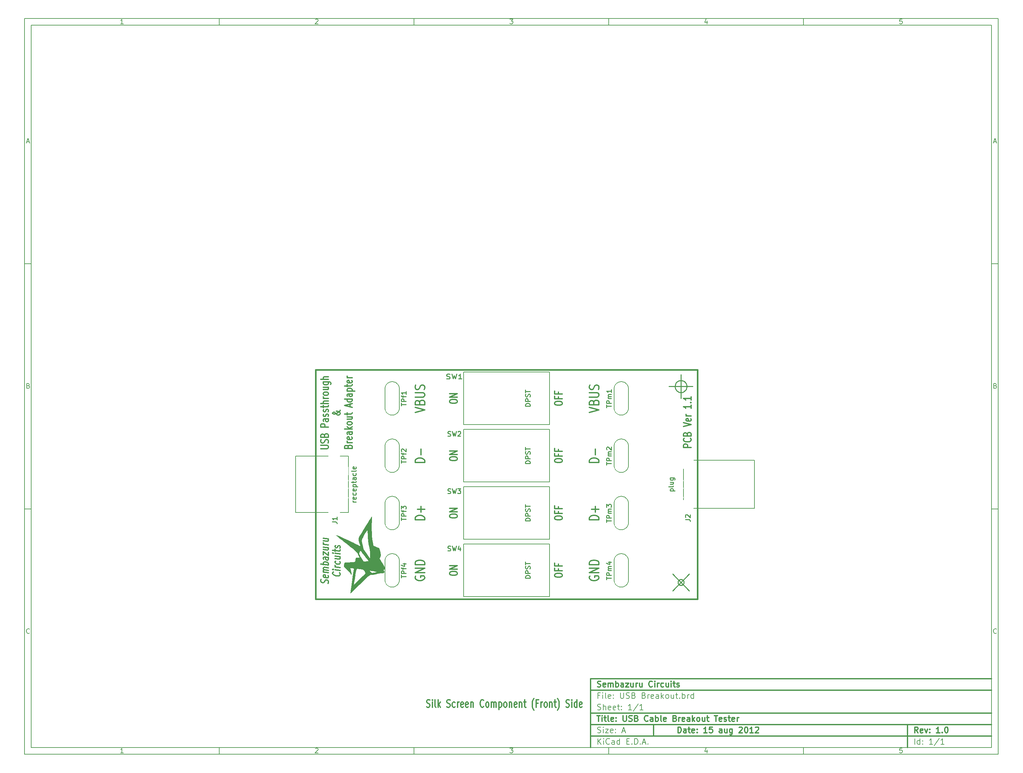
<source format=gto>
G04 (created by PCBNEW-RS274X (2012-01-19 BZR 3256)-stable) date 15/08/2012 23:21:53*
G01*
G70*
G90*
%MOIN*%
G04 Gerber Fmt 3.4, Leading zero omitted, Abs format*
%FSLAX34Y34*%
G04 APERTURE LIST*
%ADD10C,0.006000*%
%ADD11C,0.012000*%
%ADD12C,0.010000*%
%ADD13C,0.015000*%
%ADD14C,0.000100*%
%ADD15C,0.005000*%
%ADD16C,0.002500*%
%ADD17R,0.120000X0.120000*%
%ADD18C,0.120000*%
%ADD19R,0.083200X0.083200*%
%ADD20O,0.086200X0.079100*%
%ADD21C,0.086200*%
%ADD22O,0.148400X0.089400*%
%ADD23C,0.063300*%
%ADD24R,0.086200X0.086200*%
%ADD25C,0.140600*%
%ADD26C,0.143000*%
G04 APERTURE END LIST*
G54D10*
X-30500Y36750D02*
X71500Y36750D01*
X71500Y-40250D01*
X-30500Y-40250D01*
X-30500Y36750D01*
X-29800Y36050D02*
X70800Y36050D01*
X70800Y-39550D01*
X-29800Y-39550D01*
X-29800Y36050D01*
X-10100Y36750D02*
X-10100Y36050D01*
X-20157Y36198D02*
X-20443Y36198D01*
X-20300Y36198D02*
X-20300Y36698D01*
X-20348Y36626D01*
X-20395Y36579D01*
X-20443Y36555D01*
X-10100Y-40250D02*
X-10100Y-39550D01*
X-20157Y-40102D02*
X-20443Y-40102D01*
X-20300Y-40102D02*
X-20300Y-39602D01*
X-20348Y-39674D01*
X-20395Y-39721D01*
X-20443Y-39745D01*
X10300Y36750D02*
X10300Y36050D01*
X-00043Y36650D02*
X-00019Y36674D01*
X00029Y36698D01*
X00148Y36698D01*
X00195Y36674D01*
X00219Y36650D01*
X00243Y36602D01*
X00243Y36555D01*
X00219Y36483D01*
X-00067Y36198D01*
X00243Y36198D01*
X10300Y-40250D02*
X10300Y-39550D01*
X-00043Y-39650D02*
X-00019Y-39626D01*
X00029Y-39602D01*
X00148Y-39602D01*
X00195Y-39626D01*
X00219Y-39650D01*
X00243Y-39698D01*
X00243Y-39745D01*
X00219Y-39817D01*
X-00067Y-40102D01*
X00243Y-40102D01*
X30700Y36750D02*
X30700Y36050D01*
X20333Y36698D02*
X20643Y36698D01*
X20476Y36507D01*
X20548Y36507D01*
X20595Y36483D01*
X20619Y36460D01*
X20643Y36412D01*
X20643Y36293D01*
X20619Y36245D01*
X20595Y36221D01*
X20548Y36198D01*
X20405Y36198D01*
X20357Y36221D01*
X20333Y36245D01*
X30700Y-40250D02*
X30700Y-39550D01*
X20333Y-39602D02*
X20643Y-39602D01*
X20476Y-39793D01*
X20548Y-39793D01*
X20595Y-39817D01*
X20619Y-39840D01*
X20643Y-39888D01*
X20643Y-40007D01*
X20619Y-40055D01*
X20595Y-40079D01*
X20548Y-40102D01*
X20405Y-40102D01*
X20357Y-40079D01*
X20333Y-40055D01*
X51100Y36750D02*
X51100Y36050D01*
X40995Y36531D02*
X40995Y36198D01*
X40876Y36721D02*
X40757Y36364D01*
X41067Y36364D01*
X51100Y-40250D02*
X51100Y-39550D01*
X40995Y-39769D02*
X40995Y-40102D01*
X40876Y-39579D02*
X40757Y-39936D01*
X41067Y-39936D01*
X61419Y36698D02*
X61181Y36698D01*
X61157Y36460D01*
X61181Y36483D01*
X61229Y36507D01*
X61348Y36507D01*
X61395Y36483D01*
X61419Y36460D01*
X61443Y36412D01*
X61443Y36293D01*
X61419Y36245D01*
X61395Y36221D01*
X61348Y36198D01*
X61229Y36198D01*
X61181Y36221D01*
X61157Y36245D01*
X61419Y-39602D02*
X61181Y-39602D01*
X61157Y-39840D01*
X61181Y-39817D01*
X61229Y-39793D01*
X61348Y-39793D01*
X61395Y-39817D01*
X61419Y-39840D01*
X61443Y-39888D01*
X61443Y-40007D01*
X61419Y-40055D01*
X61395Y-40079D01*
X61348Y-40102D01*
X61229Y-40102D01*
X61181Y-40079D01*
X61157Y-40055D01*
X-30500Y11090D02*
X-29800Y11090D01*
X-30269Y23860D02*
X-30031Y23860D01*
X-30316Y23718D02*
X-30150Y24218D01*
X-29983Y23718D01*
X71500Y11090D02*
X70800Y11090D01*
X71031Y23860D02*
X71269Y23860D01*
X70984Y23718D02*
X71150Y24218D01*
X71317Y23718D01*
X-30500Y-14570D02*
X-29800Y-14570D01*
X-30114Y-01680D02*
X-30043Y-01704D01*
X-30019Y-01728D01*
X-29995Y-01776D01*
X-29995Y-01847D01*
X-30019Y-01895D01*
X-30043Y-01919D01*
X-30090Y-01942D01*
X-30281Y-01942D01*
X-30281Y-01442D01*
X-30114Y-01442D01*
X-30067Y-01466D01*
X-30043Y-01490D01*
X-30019Y-01538D01*
X-30019Y-01585D01*
X-30043Y-01633D01*
X-30067Y-01657D01*
X-30114Y-01680D01*
X-30281Y-01680D01*
X71500Y-14570D02*
X70800Y-14570D01*
X71186Y-01680D02*
X71257Y-01704D01*
X71281Y-01728D01*
X71305Y-01776D01*
X71305Y-01847D01*
X71281Y-01895D01*
X71257Y-01919D01*
X71210Y-01942D01*
X71019Y-01942D01*
X71019Y-01442D01*
X71186Y-01442D01*
X71233Y-01466D01*
X71257Y-01490D01*
X71281Y-01538D01*
X71281Y-01585D01*
X71257Y-01633D01*
X71233Y-01657D01*
X71186Y-01680D01*
X71019Y-01680D01*
X-29995Y-27555D02*
X-30019Y-27579D01*
X-30090Y-27602D01*
X-30138Y-27602D01*
X-30210Y-27579D01*
X-30257Y-27531D01*
X-30281Y-27483D01*
X-30305Y-27388D01*
X-30305Y-27317D01*
X-30281Y-27221D01*
X-30257Y-27174D01*
X-30210Y-27126D01*
X-30138Y-27102D01*
X-30090Y-27102D01*
X-30019Y-27126D01*
X-29995Y-27150D01*
X71305Y-27555D02*
X71281Y-27579D01*
X71210Y-27602D01*
X71162Y-27602D01*
X71090Y-27579D01*
X71043Y-27531D01*
X71019Y-27483D01*
X70995Y-27388D01*
X70995Y-27317D01*
X71019Y-27221D01*
X71043Y-27174D01*
X71090Y-27126D01*
X71162Y-27102D01*
X71210Y-27102D01*
X71281Y-27126D01*
X71305Y-27150D01*
G54D11*
X37943Y-37993D02*
X37943Y-37393D01*
X38086Y-37393D01*
X38171Y-37421D01*
X38229Y-37479D01*
X38257Y-37536D01*
X38286Y-37650D01*
X38286Y-37736D01*
X38257Y-37850D01*
X38229Y-37907D01*
X38171Y-37964D01*
X38086Y-37993D01*
X37943Y-37993D01*
X38800Y-37993D02*
X38800Y-37679D01*
X38771Y-37621D01*
X38714Y-37593D01*
X38600Y-37593D01*
X38543Y-37621D01*
X38800Y-37964D02*
X38743Y-37993D01*
X38600Y-37993D01*
X38543Y-37964D01*
X38514Y-37907D01*
X38514Y-37850D01*
X38543Y-37793D01*
X38600Y-37764D01*
X38743Y-37764D01*
X38800Y-37736D01*
X39000Y-37593D02*
X39229Y-37593D01*
X39086Y-37393D02*
X39086Y-37907D01*
X39114Y-37964D01*
X39172Y-37993D01*
X39229Y-37993D01*
X39657Y-37964D02*
X39600Y-37993D01*
X39486Y-37993D01*
X39429Y-37964D01*
X39400Y-37907D01*
X39400Y-37679D01*
X39429Y-37621D01*
X39486Y-37593D01*
X39600Y-37593D01*
X39657Y-37621D01*
X39686Y-37679D01*
X39686Y-37736D01*
X39400Y-37793D01*
X39943Y-37936D02*
X39971Y-37964D01*
X39943Y-37993D01*
X39914Y-37964D01*
X39943Y-37936D01*
X39943Y-37993D01*
X39943Y-37621D02*
X39971Y-37650D01*
X39943Y-37679D01*
X39914Y-37650D01*
X39943Y-37621D01*
X39943Y-37679D01*
X41000Y-37993D02*
X40657Y-37993D01*
X40829Y-37993D02*
X40829Y-37393D01*
X40772Y-37479D01*
X40714Y-37536D01*
X40657Y-37564D01*
X41543Y-37393D02*
X41257Y-37393D01*
X41228Y-37679D01*
X41257Y-37650D01*
X41314Y-37621D01*
X41457Y-37621D01*
X41514Y-37650D01*
X41543Y-37679D01*
X41571Y-37736D01*
X41571Y-37879D01*
X41543Y-37936D01*
X41514Y-37964D01*
X41457Y-37993D01*
X41314Y-37993D01*
X41257Y-37964D01*
X41228Y-37936D01*
X42542Y-37993D02*
X42542Y-37679D01*
X42513Y-37621D01*
X42456Y-37593D01*
X42342Y-37593D01*
X42285Y-37621D01*
X42542Y-37964D02*
X42485Y-37993D01*
X42342Y-37993D01*
X42285Y-37964D01*
X42256Y-37907D01*
X42256Y-37850D01*
X42285Y-37793D01*
X42342Y-37764D01*
X42485Y-37764D01*
X42542Y-37736D01*
X43085Y-37593D02*
X43085Y-37993D01*
X42828Y-37593D02*
X42828Y-37907D01*
X42856Y-37964D01*
X42914Y-37993D01*
X42999Y-37993D01*
X43056Y-37964D01*
X43085Y-37936D01*
X43628Y-37593D02*
X43628Y-38079D01*
X43599Y-38136D01*
X43571Y-38164D01*
X43514Y-38193D01*
X43428Y-38193D01*
X43371Y-38164D01*
X43628Y-37964D02*
X43571Y-37993D01*
X43457Y-37993D01*
X43399Y-37964D01*
X43371Y-37936D01*
X43342Y-37879D01*
X43342Y-37707D01*
X43371Y-37650D01*
X43399Y-37621D01*
X43457Y-37593D01*
X43571Y-37593D01*
X43628Y-37621D01*
X44342Y-37450D02*
X44371Y-37421D01*
X44428Y-37393D01*
X44571Y-37393D01*
X44628Y-37421D01*
X44657Y-37450D01*
X44685Y-37507D01*
X44685Y-37564D01*
X44657Y-37650D01*
X44314Y-37993D01*
X44685Y-37993D01*
X45056Y-37393D02*
X45113Y-37393D01*
X45170Y-37421D01*
X45199Y-37450D01*
X45228Y-37507D01*
X45256Y-37621D01*
X45256Y-37764D01*
X45228Y-37879D01*
X45199Y-37936D01*
X45170Y-37964D01*
X45113Y-37993D01*
X45056Y-37993D01*
X44999Y-37964D01*
X44970Y-37936D01*
X44942Y-37879D01*
X44913Y-37764D01*
X44913Y-37621D01*
X44942Y-37507D01*
X44970Y-37450D01*
X44999Y-37421D01*
X45056Y-37393D01*
X45827Y-37993D02*
X45484Y-37993D01*
X45656Y-37993D02*
X45656Y-37393D01*
X45599Y-37479D01*
X45541Y-37536D01*
X45484Y-37564D01*
X46055Y-37450D02*
X46084Y-37421D01*
X46141Y-37393D01*
X46284Y-37393D01*
X46341Y-37421D01*
X46370Y-37450D01*
X46398Y-37507D01*
X46398Y-37564D01*
X46370Y-37650D01*
X46027Y-37993D01*
X46398Y-37993D01*
G54D10*
X29543Y-39193D02*
X29543Y-38593D01*
X29886Y-39193D02*
X29629Y-38850D01*
X29886Y-38593D02*
X29543Y-38936D01*
X30143Y-39193D02*
X30143Y-38793D01*
X30143Y-38593D02*
X30114Y-38621D01*
X30143Y-38650D01*
X30171Y-38621D01*
X30143Y-38593D01*
X30143Y-38650D01*
X30772Y-39136D02*
X30743Y-39164D01*
X30657Y-39193D01*
X30600Y-39193D01*
X30515Y-39164D01*
X30457Y-39107D01*
X30429Y-39050D01*
X30400Y-38936D01*
X30400Y-38850D01*
X30429Y-38736D01*
X30457Y-38679D01*
X30515Y-38621D01*
X30600Y-38593D01*
X30657Y-38593D01*
X30743Y-38621D01*
X30772Y-38650D01*
X31286Y-39193D02*
X31286Y-38879D01*
X31257Y-38821D01*
X31200Y-38793D01*
X31086Y-38793D01*
X31029Y-38821D01*
X31286Y-39164D02*
X31229Y-39193D01*
X31086Y-39193D01*
X31029Y-39164D01*
X31000Y-39107D01*
X31000Y-39050D01*
X31029Y-38993D01*
X31086Y-38964D01*
X31229Y-38964D01*
X31286Y-38936D01*
X31829Y-39193D02*
X31829Y-38593D01*
X31829Y-39164D02*
X31772Y-39193D01*
X31658Y-39193D01*
X31600Y-39164D01*
X31572Y-39136D01*
X31543Y-39079D01*
X31543Y-38907D01*
X31572Y-38850D01*
X31600Y-38821D01*
X31658Y-38793D01*
X31772Y-38793D01*
X31829Y-38821D01*
X32572Y-38879D02*
X32772Y-38879D01*
X32858Y-39193D02*
X32572Y-39193D01*
X32572Y-38593D01*
X32858Y-38593D01*
X33115Y-39136D02*
X33143Y-39164D01*
X33115Y-39193D01*
X33086Y-39164D01*
X33115Y-39136D01*
X33115Y-39193D01*
X33401Y-39193D02*
X33401Y-38593D01*
X33544Y-38593D01*
X33629Y-38621D01*
X33687Y-38679D01*
X33715Y-38736D01*
X33744Y-38850D01*
X33744Y-38936D01*
X33715Y-39050D01*
X33687Y-39107D01*
X33629Y-39164D01*
X33544Y-39193D01*
X33401Y-39193D01*
X34001Y-39136D02*
X34029Y-39164D01*
X34001Y-39193D01*
X33972Y-39164D01*
X34001Y-39136D01*
X34001Y-39193D01*
X34258Y-39021D02*
X34544Y-39021D01*
X34201Y-39193D02*
X34401Y-38593D01*
X34601Y-39193D01*
X34801Y-39136D02*
X34829Y-39164D01*
X34801Y-39193D01*
X34772Y-39164D01*
X34801Y-39136D01*
X34801Y-39193D01*
G54D11*
X63086Y-37993D02*
X62886Y-37707D01*
X62743Y-37993D02*
X62743Y-37393D01*
X62971Y-37393D01*
X63029Y-37421D01*
X63057Y-37450D01*
X63086Y-37507D01*
X63086Y-37593D01*
X63057Y-37650D01*
X63029Y-37679D01*
X62971Y-37707D01*
X62743Y-37707D01*
X63571Y-37964D02*
X63514Y-37993D01*
X63400Y-37993D01*
X63343Y-37964D01*
X63314Y-37907D01*
X63314Y-37679D01*
X63343Y-37621D01*
X63400Y-37593D01*
X63514Y-37593D01*
X63571Y-37621D01*
X63600Y-37679D01*
X63600Y-37736D01*
X63314Y-37793D01*
X63800Y-37593D02*
X63943Y-37993D01*
X64085Y-37593D01*
X64314Y-37936D02*
X64342Y-37964D01*
X64314Y-37993D01*
X64285Y-37964D01*
X64314Y-37936D01*
X64314Y-37993D01*
X64314Y-37621D02*
X64342Y-37650D01*
X64314Y-37679D01*
X64285Y-37650D01*
X64314Y-37621D01*
X64314Y-37679D01*
X65371Y-37993D02*
X65028Y-37993D01*
X65200Y-37993D02*
X65200Y-37393D01*
X65143Y-37479D01*
X65085Y-37536D01*
X65028Y-37564D01*
X65628Y-37936D02*
X65656Y-37964D01*
X65628Y-37993D01*
X65599Y-37964D01*
X65628Y-37936D01*
X65628Y-37993D01*
X66028Y-37393D02*
X66085Y-37393D01*
X66142Y-37421D01*
X66171Y-37450D01*
X66200Y-37507D01*
X66228Y-37621D01*
X66228Y-37764D01*
X66200Y-37879D01*
X66171Y-37936D01*
X66142Y-37964D01*
X66085Y-37993D01*
X66028Y-37993D01*
X65971Y-37964D01*
X65942Y-37936D01*
X65914Y-37879D01*
X65885Y-37764D01*
X65885Y-37621D01*
X65914Y-37507D01*
X65942Y-37450D01*
X65971Y-37421D01*
X66028Y-37393D01*
G54D10*
X29514Y-37964D02*
X29600Y-37993D01*
X29743Y-37993D01*
X29800Y-37964D01*
X29829Y-37936D01*
X29857Y-37879D01*
X29857Y-37821D01*
X29829Y-37764D01*
X29800Y-37736D01*
X29743Y-37707D01*
X29629Y-37679D01*
X29571Y-37650D01*
X29543Y-37621D01*
X29514Y-37564D01*
X29514Y-37507D01*
X29543Y-37450D01*
X29571Y-37421D01*
X29629Y-37393D01*
X29771Y-37393D01*
X29857Y-37421D01*
X30114Y-37993D02*
X30114Y-37593D01*
X30114Y-37393D02*
X30085Y-37421D01*
X30114Y-37450D01*
X30142Y-37421D01*
X30114Y-37393D01*
X30114Y-37450D01*
X30343Y-37593D02*
X30657Y-37593D01*
X30343Y-37993D01*
X30657Y-37993D01*
X31114Y-37964D02*
X31057Y-37993D01*
X30943Y-37993D01*
X30886Y-37964D01*
X30857Y-37907D01*
X30857Y-37679D01*
X30886Y-37621D01*
X30943Y-37593D01*
X31057Y-37593D01*
X31114Y-37621D01*
X31143Y-37679D01*
X31143Y-37736D01*
X30857Y-37793D01*
X31400Y-37936D02*
X31428Y-37964D01*
X31400Y-37993D01*
X31371Y-37964D01*
X31400Y-37936D01*
X31400Y-37993D01*
X31400Y-37621D02*
X31428Y-37650D01*
X31400Y-37679D01*
X31371Y-37650D01*
X31400Y-37621D01*
X31400Y-37679D01*
X32114Y-37821D02*
X32400Y-37821D01*
X32057Y-37993D02*
X32257Y-37393D01*
X32457Y-37993D01*
X62743Y-39193D02*
X62743Y-38593D01*
X63286Y-39193D02*
X63286Y-38593D01*
X63286Y-39164D02*
X63229Y-39193D01*
X63115Y-39193D01*
X63057Y-39164D01*
X63029Y-39136D01*
X63000Y-39079D01*
X63000Y-38907D01*
X63029Y-38850D01*
X63057Y-38821D01*
X63115Y-38793D01*
X63229Y-38793D01*
X63286Y-38821D01*
X63572Y-39136D02*
X63600Y-39164D01*
X63572Y-39193D01*
X63543Y-39164D01*
X63572Y-39136D01*
X63572Y-39193D01*
X63572Y-38821D02*
X63600Y-38850D01*
X63572Y-38879D01*
X63543Y-38850D01*
X63572Y-38821D01*
X63572Y-38879D01*
X64629Y-39193D02*
X64286Y-39193D01*
X64458Y-39193D02*
X64458Y-38593D01*
X64401Y-38679D01*
X64343Y-38736D01*
X64286Y-38764D01*
X65314Y-38564D02*
X64800Y-39336D01*
X65829Y-39193D02*
X65486Y-39193D01*
X65658Y-39193D02*
X65658Y-38593D01*
X65601Y-38679D01*
X65543Y-38736D01*
X65486Y-38764D01*
G54D11*
X29457Y-36193D02*
X29800Y-36193D01*
X29629Y-36793D02*
X29629Y-36193D01*
X30000Y-36793D02*
X30000Y-36393D01*
X30000Y-36193D02*
X29971Y-36221D01*
X30000Y-36250D01*
X30028Y-36221D01*
X30000Y-36193D01*
X30000Y-36250D01*
X30200Y-36393D02*
X30429Y-36393D01*
X30286Y-36193D02*
X30286Y-36707D01*
X30314Y-36764D01*
X30372Y-36793D01*
X30429Y-36793D01*
X30715Y-36793D02*
X30657Y-36764D01*
X30629Y-36707D01*
X30629Y-36193D01*
X31171Y-36764D02*
X31114Y-36793D01*
X31000Y-36793D01*
X30943Y-36764D01*
X30914Y-36707D01*
X30914Y-36479D01*
X30943Y-36421D01*
X31000Y-36393D01*
X31114Y-36393D01*
X31171Y-36421D01*
X31200Y-36479D01*
X31200Y-36536D01*
X30914Y-36593D01*
X31457Y-36736D02*
X31485Y-36764D01*
X31457Y-36793D01*
X31428Y-36764D01*
X31457Y-36736D01*
X31457Y-36793D01*
X31457Y-36421D02*
X31485Y-36450D01*
X31457Y-36479D01*
X31428Y-36450D01*
X31457Y-36421D01*
X31457Y-36479D01*
X32200Y-36193D02*
X32200Y-36679D01*
X32228Y-36736D01*
X32257Y-36764D01*
X32314Y-36793D01*
X32428Y-36793D01*
X32486Y-36764D01*
X32514Y-36736D01*
X32543Y-36679D01*
X32543Y-36193D01*
X32800Y-36764D02*
X32886Y-36793D01*
X33029Y-36793D01*
X33086Y-36764D01*
X33115Y-36736D01*
X33143Y-36679D01*
X33143Y-36621D01*
X33115Y-36564D01*
X33086Y-36536D01*
X33029Y-36507D01*
X32915Y-36479D01*
X32857Y-36450D01*
X32829Y-36421D01*
X32800Y-36364D01*
X32800Y-36307D01*
X32829Y-36250D01*
X32857Y-36221D01*
X32915Y-36193D01*
X33057Y-36193D01*
X33143Y-36221D01*
X33600Y-36479D02*
X33686Y-36507D01*
X33714Y-36536D01*
X33743Y-36593D01*
X33743Y-36679D01*
X33714Y-36736D01*
X33686Y-36764D01*
X33628Y-36793D01*
X33400Y-36793D01*
X33400Y-36193D01*
X33600Y-36193D01*
X33657Y-36221D01*
X33686Y-36250D01*
X33714Y-36307D01*
X33714Y-36364D01*
X33686Y-36421D01*
X33657Y-36450D01*
X33600Y-36479D01*
X33400Y-36479D01*
X34800Y-36736D02*
X34771Y-36764D01*
X34685Y-36793D01*
X34628Y-36793D01*
X34543Y-36764D01*
X34485Y-36707D01*
X34457Y-36650D01*
X34428Y-36536D01*
X34428Y-36450D01*
X34457Y-36336D01*
X34485Y-36279D01*
X34543Y-36221D01*
X34628Y-36193D01*
X34685Y-36193D01*
X34771Y-36221D01*
X34800Y-36250D01*
X35314Y-36793D02*
X35314Y-36479D01*
X35285Y-36421D01*
X35228Y-36393D01*
X35114Y-36393D01*
X35057Y-36421D01*
X35314Y-36764D02*
X35257Y-36793D01*
X35114Y-36793D01*
X35057Y-36764D01*
X35028Y-36707D01*
X35028Y-36650D01*
X35057Y-36593D01*
X35114Y-36564D01*
X35257Y-36564D01*
X35314Y-36536D01*
X35600Y-36793D02*
X35600Y-36193D01*
X35600Y-36421D02*
X35657Y-36393D01*
X35771Y-36393D01*
X35828Y-36421D01*
X35857Y-36450D01*
X35886Y-36507D01*
X35886Y-36679D01*
X35857Y-36736D01*
X35828Y-36764D01*
X35771Y-36793D01*
X35657Y-36793D01*
X35600Y-36764D01*
X36229Y-36793D02*
X36171Y-36764D01*
X36143Y-36707D01*
X36143Y-36193D01*
X36685Y-36764D02*
X36628Y-36793D01*
X36514Y-36793D01*
X36457Y-36764D01*
X36428Y-36707D01*
X36428Y-36479D01*
X36457Y-36421D01*
X36514Y-36393D01*
X36628Y-36393D01*
X36685Y-36421D01*
X36714Y-36479D01*
X36714Y-36536D01*
X36428Y-36593D01*
X37628Y-36479D02*
X37714Y-36507D01*
X37742Y-36536D01*
X37771Y-36593D01*
X37771Y-36679D01*
X37742Y-36736D01*
X37714Y-36764D01*
X37656Y-36793D01*
X37428Y-36793D01*
X37428Y-36193D01*
X37628Y-36193D01*
X37685Y-36221D01*
X37714Y-36250D01*
X37742Y-36307D01*
X37742Y-36364D01*
X37714Y-36421D01*
X37685Y-36450D01*
X37628Y-36479D01*
X37428Y-36479D01*
X38028Y-36793D02*
X38028Y-36393D01*
X38028Y-36507D02*
X38056Y-36450D01*
X38085Y-36421D01*
X38142Y-36393D01*
X38199Y-36393D01*
X38627Y-36764D02*
X38570Y-36793D01*
X38456Y-36793D01*
X38399Y-36764D01*
X38370Y-36707D01*
X38370Y-36479D01*
X38399Y-36421D01*
X38456Y-36393D01*
X38570Y-36393D01*
X38627Y-36421D01*
X38656Y-36479D01*
X38656Y-36536D01*
X38370Y-36593D01*
X39170Y-36793D02*
X39170Y-36479D01*
X39141Y-36421D01*
X39084Y-36393D01*
X38970Y-36393D01*
X38913Y-36421D01*
X39170Y-36764D02*
X39113Y-36793D01*
X38970Y-36793D01*
X38913Y-36764D01*
X38884Y-36707D01*
X38884Y-36650D01*
X38913Y-36593D01*
X38970Y-36564D01*
X39113Y-36564D01*
X39170Y-36536D01*
X39456Y-36793D02*
X39456Y-36193D01*
X39513Y-36564D02*
X39684Y-36793D01*
X39684Y-36393D02*
X39456Y-36621D01*
X40028Y-36793D02*
X39970Y-36764D01*
X39942Y-36736D01*
X39913Y-36679D01*
X39913Y-36507D01*
X39942Y-36450D01*
X39970Y-36421D01*
X40028Y-36393D01*
X40113Y-36393D01*
X40170Y-36421D01*
X40199Y-36450D01*
X40228Y-36507D01*
X40228Y-36679D01*
X40199Y-36736D01*
X40170Y-36764D01*
X40113Y-36793D01*
X40028Y-36793D01*
X40742Y-36393D02*
X40742Y-36793D01*
X40485Y-36393D02*
X40485Y-36707D01*
X40513Y-36764D01*
X40571Y-36793D01*
X40656Y-36793D01*
X40713Y-36764D01*
X40742Y-36736D01*
X40942Y-36393D02*
X41171Y-36393D01*
X41028Y-36193D02*
X41028Y-36707D01*
X41056Y-36764D01*
X41114Y-36793D01*
X41171Y-36793D01*
X41742Y-36193D02*
X42085Y-36193D01*
X41914Y-36793D02*
X41914Y-36193D01*
X42513Y-36764D02*
X42456Y-36793D01*
X42342Y-36793D01*
X42285Y-36764D01*
X42256Y-36707D01*
X42256Y-36479D01*
X42285Y-36421D01*
X42342Y-36393D01*
X42456Y-36393D01*
X42513Y-36421D01*
X42542Y-36479D01*
X42542Y-36536D01*
X42256Y-36593D01*
X42770Y-36764D02*
X42827Y-36793D01*
X42942Y-36793D01*
X42999Y-36764D01*
X43027Y-36707D01*
X43027Y-36679D01*
X42999Y-36621D01*
X42942Y-36593D01*
X42856Y-36593D01*
X42799Y-36564D01*
X42770Y-36507D01*
X42770Y-36479D01*
X42799Y-36421D01*
X42856Y-36393D01*
X42942Y-36393D01*
X42999Y-36421D01*
X43199Y-36393D02*
X43428Y-36393D01*
X43285Y-36193D02*
X43285Y-36707D01*
X43313Y-36764D01*
X43371Y-36793D01*
X43428Y-36793D01*
X43856Y-36764D02*
X43799Y-36793D01*
X43685Y-36793D01*
X43628Y-36764D01*
X43599Y-36707D01*
X43599Y-36479D01*
X43628Y-36421D01*
X43685Y-36393D01*
X43799Y-36393D01*
X43856Y-36421D01*
X43885Y-36479D01*
X43885Y-36536D01*
X43599Y-36593D01*
X44142Y-36793D02*
X44142Y-36393D01*
X44142Y-36507D02*
X44170Y-36450D01*
X44199Y-36421D01*
X44256Y-36393D01*
X44313Y-36393D01*
G54D10*
X29743Y-34079D02*
X29543Y-34079D01*
X29543Y-34393D02*
X29543Y-33793D01*
X29829Y-33793D01*
X30057Y-34393D02*
X30057Y-33993D01*
X30057Y-33793D02*
X30028Y-33821D01*
X30057Y-33850D01*
X30085Y-33821D01*
X30057Y-33793D01*
X30057Y-33850D01*
X30429Y-34393D02*
X30371Y-34364D01*
X30343Y-34307D01*
X30343Y-33793D01*
X30885Y-34364D02*
X30828Y-34393D01*
X30714Y-34393D01*
X30657Y-34364D01*
X30628Y-34307D01*
X30628Y-34079D01*
X30657Y-34021D01*
X30714Y-33993D01*
X30828Y-33993D01*
X30885Y-34021D01*
X30914Y-34079D01*
X30914Y-34136D01*
X30628Y-34193D01*
X31171Y-34336D02*
X31199Y-34364D01*
X31171Y-34393D01*
X31142Y-34364D01*
X31171Y-34336D01*
X31171Y-34393D01*
X31171Y-34021D02*
X31199Y-34050D01*
X31171Y-34079D01*
X31142Y-34050D01*
X31171Y-34021D01*
X31171Y-34079D01*
X31914Y-33793D02*
X31914Y-34279D01*
X31942Y-34336D01*
X31971Y-34364D01*
X32028Y-34393D01*
X32142Y-34393D01*
X32200Y-34364D01*
X32228Y-34336D01*
X32257Y-34279D01*
X32257Y-33793D01*
X32514Y-34364D02*
X32600Y-34393D01*
X32743Y-34393D01*
X32800Y-34364D01*
X32829Y-34336D01*
X32857Y-34279D01*
X32857Y-34221D01*
X32829Y-34164D01*
X32800Y-34136D01*
X32743Y-34107D01*
X32629Y-34079D01*
X32571Y-34050D01*
X32543Y-34021D01*
X32514Y-33964D01*
X32514Y-33907D01*
X32543Y-33850D01*
X32571Y-33821D01*
X32629Y-33793D01*
X32771Y-33793D01*
X32857Y-33821D01*
X33314Y-34079D02*
X33400Y-34107D01*
X33428Y-34136D01*
X33457Y-34193D01*
X33457Y-34279D01*
X33428Y-34336D01*
X33400Y-34364D01*
X33342Y-34393D01*
X33114Y-34393D01*
X33114Y-33793D01*
X33314Y-33793D01*
X33371Y-33821D01*
X33400Y-33850D01*
X33428Y-33907D01*
X33428Y-33964D01*
X33400Y-34021D01*
X33371Y-34050D01*
X33314Y-34079D01*
X33114Y-34079D01*
X34371Y-34079D02*
X34457Y-34107D01*
X34485Y-34136D01*
X34514Y-34193D01*
X34514Y-34279D01*
X34485Y-34336D01*
X34457Y-34364D01*
X34399Y-34393D01*
X34171Y-34393D01*
X34171Y-33793D01*
X34371Y-33793D01*
X34428Y-33821D01*
X34457Y-33850D01*
X34485Y-33907D01*
X34485Y-33964D01*
X34457Y-34021D01*
X34428Y-34050D01*
X34371Y-34079D01*
X34171Y-34079D01*
X34771Y-34393D02*
X34771Y-33993D01*
X34771Y-34107D02*
X34799Y-34050D01*
X34828Y-34021D01*
X34885Y-33993D01*
X34942Y-33993D01*
X35370Y-34364D02*
X35313Y-34393D01*
X35199Y-34393D01*
X35142Y-34364D01*
X35113Y-34307D01*
X35113Y-34079D01*
X35142Y-34021D01*
X35199Y-33993D01*
X35313Y-33993D01*
X35370Y-34021D01*
X35399Y-34079D01*
X35399Y-34136D01*
X35113Y-34193D01*
X35913Y-34393D02*
X35913Y-34079D01*
X35884Y-34021D01*
X35827Y-33993D01*
X35713Y-33993D01*
X35656Y-34021D01*
X35913Y-34364D02*
X35856Y-34393D01*
X35713Y-34393D01*
X35656Y-34364D01*
X35627Y-34307D01*
X35627Y-34250D01*
X35656Y-34193D01*
X35713Y-34164D01*
X35856Y-34164D01*
X35913Y-34136D01*
X36199Y-34393D02*
X36199Y-33793D01*
X36256Y-34164D02*
X36427Y-34393D01*
X36427Y-33993D02*
X36199Y-34221D01*
X36771Y-34393D02*
X36713Y-34364D01*
X36685Y-34336D01*
X36656Y-34279D01*
X36656Y-34107D01*
X36685Y-34050D01*
X36713Y-34021D01*
X36771Y-33993D01*
X36856Y-33993D01*
X36913Y-34021D01*
X36942Y-34050D01*
X36971Y-34107D01*
X36971Y-34279D01*
X36942Y-34336D01*
X36913Y-34364D01*
X36856Y-34393D01*
X36771Y-34393D01*
X37485Y-33993D02*
X37485Y-34393D01*
X37228Y-33993D02*
X37228Y-34307D01*
X37256Y-34364D01*
X37314Y-34393D01*
X37399Y-34393D01*
X37456Y-34364D01*
X37485Y-34336D01*
X37685Y-33993D02*
X37914Y-33993D01*
X37771Y-33793D02*
X37771Y-34307D01*
X37799Y-34364D01*
X37857Y-34393D01*
X37914Y-34393D01*
X38114Y-34336D02*
X38142Y-34364D01*
X38114Y-34393D01*
X38085Y-34364D01*
X38114Y-34336D01*
X38114Y-34393D01*
X38400Y-34393D02*
X38400Y-33793D01*
X38400Y-34021D02*
X38457Y-33993D01*
X38571Y-33993D01*
X38628Y-34021D01*
X38657Y-34050D01*
X38686Y-34107D01*
X38686Y-34279D01*
X38657Y-34336D01*
X38628Y-34364D01*
X38571Y-34393D01*
X38457Y-34393D01*
X38400Y-34364D01*
X38943Y-34393D02*
X38943Y-33993D01*
X38943Y-34107D02*
X38971Y-34050D01*
X39000Y-34021D01*
X39057Y-33993D01*
X39114Y-33993D01*
X39571Y-34393D02*
X39571Y-33793D01*
X39571Y-34364D02*
X39514Y-34393D01*
X39400Y-34393D01*
X39342Y-34364D01*
X39314Y-34336D01*
X39285Y-34279D01*
X39285Y-34107D01*
X39314Y-34050D01*
X39342Y-34021D01*
X39400Y-33993D01*
X39514Y-33993D01*
X39571Y-34021D01*
X29514Y-35564D02*
X29600Y-35593D01*
X29743Y-35593D01*
X29800Y-35564D01*
X29829Y-35536D01*
X29857Y-35479D01*
X29857Y-35421D01*
X29829Y-35364D01*
X29800Y-35336D01*
X29743Y-35307D01*
X29629Y-35279D01*
X29571Y-35250D01*
X29543Y-35221D01*
X29514Y-35164D01*
X29514Y-35107D01*
X29543Y-35050D01*
X29571Y-35021D01*
X29629Y-34993D01*
X29771Y-34993D01*
X29857Y-35021D01*
X30114Y-35593D02*
X30114Y-34993D01*
X30371Y-35593D02*
X30371Y-35279D01*
X30342Y-35221D01*
X30285Y-35193D01*
X30200Y-35193D01*
X30142Y-35221D01*
X30114Y-35250D01*
X30885Y-35564D02*
X30828Y-35593D01*
X30714Y-35593D01*
X30657Y-35564D01*
X30628Y-35507D01*
X30628Y-35279D01*
X30657Y-35221D01*
X30714Y-35193D01*
X30828Y-35193D01*
X30885Y-35221D01*
X30914Y-35279D01*
X30914Y-35336D01*
X30628Y-35393D01*
X31399Y-35564D02*
X31342Y-35593D01*
X31228Y-35593D01*
X31171Y-35564D01*
X31142Y-35507D01*
X31142Y-35279D01*
X31171Y-35221D01*
X31228Y-35193D01*
X31342Y-35193D01*
X31399Y-35221D01*
X31428Y-35279D01*
X31428Y-35336D01*
X31142Y-35393D01*
X31599Y-35193D02*
X31828Y-35193D01*
X31685Y-34993D02*
X31685Y-35507D01*
X31713Y-35564D01*
X31771Y-35593D01*
X31828Y-35593D01*
X32028Y-35536D02*
X32056Y-35564D01*
X32028Y-35593D01*
X31999Y-35564D01*
X32028Y-35536D01*
X32028Y-35593D01*
X32028Y-35221D02*
X32056Y-35250D01*
X32028Y-35279D01*
X31999Y-35250D01*
X32028Y-35221D01*
X32028Y-35279D01*
X33085Y-35593D02*
X32742Y-35593D01*
X32914Y-35593D02*
X32914Y-34993D01*
X32857Y-35079D01*
X32799Y-35136D01*
X32742Y-35164D01*
X33770Y-34964D02*
X33256Y-35736D01*
X34285Y-35593D02*
X33942Y-35593D01*
X34114Y-35593D02*
X34114Y-34993D01*
X34057Y-35079D01*
X33999Y-35136D01*
X33942Y-35164D01*
G54D11*
X29514Y-33164D02*
X29600Y-33193D01*
X29743Y-33193D01*
X29800Y-33164D01*
X29829Y-33136D01*
X29857Y-33079D01*
X29857Y-33021D01*
X29829Y-32964D01*
X29800Y-32936D01*
X29743Y-32907D01*
X29629Y-32879D01*
X29571Y-32850D01*
X29543Y-32821D01*
X29514Y-32764D01*
X29514Y-32707D01*
X29543Y-32650D01*
X29571Y-32621D01*
X29629Y-32593D01*
X29771Y-32593D01*
X29857Y-32621D01*
X30342Y-33164D02*
X30285Y-33193D01*
X30171Y-33193D01*
X30114Y-33164D01*
X30085Y-33107D01*
X30085Y-32879D01*
X30114Y-32821D01*
X30171Y-32793D01*
X30285Y-32793D01*
X30342Y-32821D01*
X30371Y-32879D01*
X30371Y-32936D01*
X30085Y-32993D01*
X30628Y-33193D02*
X30628Y-32793D01*
X30628Y-32850D02*
X30656Y-32821D01*
X30714Y-32793D01*
X30799Y-32793D01*
X30856Y-32821D01*
X30885Y-32879D01*
X30885Y-33193D01*
X30885Y-32879D02*
X30914Y-32821D01*
X30971Y-32793D01*
X31056Y-32793D01*
X31114Y-32821D01*
X31142Y-32879D01*
X31142Y-33193D01*
X31428Y-33193D02*
X31428Y-32593D01*
X31428Y-32821D02*
X31485Y-32793D01*
X31599Y-32793D01*
X31656Y-32821D01*
X31685Y-32850D01*
X31714Y-32907D01*
X31714Y-33079D01*
X31685Y-33136D01*
X31656Y-33164D01*
X31599Y-33193D01*
X31485Y-33193D01*
X31428Y-33164D01*
X32228Y-33193D02*
X32228Y-32879D01*
X32199Y-32821D01*
X32142Y-32793D01*
X32028Y-32793D01*
X31971Y-32821D01*
X32228Y-33164D02*
X32171Y-33193D01*
X32028Y-33193D01*
X31971Y-33164D01*
X31942Y-33107D01*
X31942Y-33050D01*
X31971Y-32993D01*
X32028Y-32964D01*
X32171Y-32964D01*
X32228Y-32936D01*
X32457Y-32793D02*
X32771Y-32793D01*
X32457Y-33193D01*
X32771Y-33193D01*
X33257Y-32793D02*
X33257Y-33193D01*
X33000Y-32793D02*
X33000Y-33107D01*
X33028Y-33164D01*
X33086Y-33193D01*
X33171Y-33193D01*
X33228Y-33164D01*
X33257Y-33136D01*
X33543Y-33193D02*
X33543Y-32793D01*
X33543Y-32907D02*
X33571Y-32850D01*
X33600Y-32821D01*
X33657Y-32793D01*
X33714Y-32793D01*
X34171Y-32793D02*
X34171Y-33193D01*
X33914Y-32793D02*
X33914Y-33107D01*
X33942Y-33164D01*
X34000Y-33193D01*
X34085Y-33193D01*
X34142Y-33164D01*
X34171Y-33136D01*
X35257Y-33136D02*
X35228Y-33164D01*
X35142Y-33193D01*
X35085Y-33193D01*
X35000Y-33164D01*
X34942Y-33107D01*
X34914Y-33050D01*
X34885Y-32936D01*
X34885Y-32850D01*
X34914Y-32736D01*
X34942Y-32679D01*
X35000Y-32621D01*
X35085Y-32593D01*
X35142Y-32593D01*
X35228Y-32621D01*
X35257Y-32650D01*
X35514Y-33193D02*
X35514Y-32793D01*
X35514Y-32593D02*
X35485Y-32621D01*
X35514Y-32650D01*
X35542Y-32621D01*
X35514Y-32593D01*
X35514Y-32650D01*
X35800Y-33193D02*
X35800Y-32793D01*
X35800Y-32907D02*
X35828Y-32850D01*
X35857Y-32821D01*
X35914Y-32793D01*
X35971Y-32793D01*
X36428Y-33164D02*
X36371Y-33193D01*
X36257Y-33193D01*
X36199Y-33164D01*
X36171Y-33136D01*
X36142Y-33079D01*
X36142Y-32907D01*
X36171Y-32850D01*
X36199Y-32821D01*
X36257Y-32793D01*
X36371Y-32793D01*
X36428Y-32821D01*
X36942Y-32793D02*
X36942Y-33193D01*
X36685Y-32793D02*
X36685Y-33107D01*
X36713Y-33164D01*
X36771Y-33193D01*
X36856Y-33193D01*
X36913Y-33164D01*
X36942Y-33136D01*
X37228Y-33193D02*
X37228Y-32793D01*
X37228Y-32593D02*
X37199Y-32621D01*
X37228Y-32650D01*
X37256Y-32621D01*
X37228Y-32593D01*
X37228Y-32650D01*
X37428Y-32793D02*
X37657Y-32793D01*
X37514Y-32593D02*
X37514Y-33107D01*
X37542Y-33164D01*
X37600Y-33193D01*
X37657Y-33193D01*
X37828Y-33164D02*
X37885Y-33193D01*
X38000Y-33193D01*
X38057Y-33164D01*
X38085Y-33107D01*
X38085Y-33079D01*
X38057Y-33021D01*
X38000Y-32993D01*
X37914Y-32993D01*
X37857Y-32964D01*
X37828Y-32907D01*
X37828Y-32879D01*
X37857Y-32821D01*
X37914Y-32793D01*
X38000Y-32793D01*
X38057Y-32821D01*
X28800Y-32350D02*
X28800Y-39550D01*
X28800Y-33550D02*
X70800Y-33550D01*
X28800Y-32350D02*
X70800Y-32350D01*
X28800Y-35950D02*
X70800Y-35950D01*
X62000Y-37150D02*
X62000Y-39550D01*
X28800Y-38350D02*
X70800Y-38350D01*
X28800Y-37150D02*
X70800Y-37150D01*
X35400Y-37150D02*
X35400Y-38350D01*
X11614Y-35286D02*
X11700Y-35324D01*
X11843Y-35324D01*
X11900Y-35286D01*
X11929Y-35248D01*
X11957Y-35171D01*
X11957Y-35095D01*
X11929Y-35019D01*
X11900Y-34981D01*
X11843Y-34943D01*
X11729Y-34905D01*
X11671Y-34867D01*
X11643Y-34829D01*
X11614Y-34752D01*
X11614Y-34676D01*
X11643Y-34600D01*
X11671Y-34562D01*
X11729Y-34524D01*
X11871Y-34524D01*
X11957Y-34562D01*
X12214Y-35324D02*
X12214Y-34790D01*
X12214Y-34524D02*
X12185Y-34562D01*
X12214Y-34600D01*
X12242Y-34562D01*
X12214Y-34524D01*
X12214Y-34600D01*
X12586Y-35324D02*
X12528Y-35286D01*
X12500Y-35210D01*
X12500Y-34524D01*
X12814Y-35324D02*
X12814Y-34524D01*
X12871Y-35019D02*
X13042Y-35324D01*
X13042Y-34790D02*
X12814Y-35095D01*
X13728Y-35286D02*
X13814Y-35324D01*
X13957Y-35324D01*
X14014Y-35286D01*
X14043Y-35248D01*
X14071Y-35171D01*
X14071Y-35095D01*
X14043Y-35019D01*
X14014Y-34981D01*
X13957Y-34943D01*
X13843Y-34905D01*
X13785Y-34867D01*
X13757Y-34829D01*
X13728Y-34752D01*
X13728Y-34676D01*
X13757Y-34600D01*
X13785Y-34562D01*
X13843Y-34524D01*
X13985Y-34524D01*
X14071Y-34562D01*
X14585Y-35286D02*
X14528Y-35324D01*
X14414Y-35324D01*
X14356Y-35286D01*
X14328Y-35248D01*
X14299Y-35171D01*
X14299Y-34943D01*
X14328Y-34867D01*
X14356Y-34829D01*
X14414Y-34790D01*
X14528Y-34790D01*
X14585Y-34829D01*
X14842Y-35324D02*
X14842Y-34790D01*
X14842Y-34943D02*
X14870Y-34867D01*
X14899Y-34829D01*
X14956Y-34790D01*
X15013Y-34790D01*
X15441Y-35286D02*
X15384Y-35324D01*
X15270Y-35324D01*
X15213Y-35286D01*
X15184Y-35210D01*
X15184Y-34905D01*
X15213Y-34829D01*
X15270Y-34790D01*
X15384Y-34790D01*
X15441Y-34829D01*
X15470Y-34905D01*
X15470Y-34981D01*
X15184Y-35057D01*
X15955Y-35286D02*
X15898Y-35324D01*
X15784Y-35324D01*
X15727Y-35286D01*
X15698Y-35210D01*
X15698Y-34905D01*
X15727Y-34829D01*
X15784Y-34790D01*
X15898Y-34790D01*
X15955Y-34829D01*
X15984Y-34905D01*
X15984Y-34981D01*
X15698Y-35057D01*
X16241Y-34790D02*
X16241Y-35324D01*
X16241Y-34867D02*
X16269Y-34829D01*
X16327Y-34790D01*
X16412Y-34790D01*
X16469Y-34829D01*
X16498Y-34905D01*
X16498Y-35324D01*
X17584Y-35248D02*
X17555Y-35286D01*
X17469Y-35324D01*
X17412Y-35324D01*
X17327Y-35286D01*
X17269Y-35210D01*
X17241Y-35133D01*
X17212Y-34981D01*
X17212Y-34867D01*
X17241Y-34714D01*
X17269Y-34638D01*
X17327Y-34562D01*
X17412Y-34524D01*
X17469Y-34524D01*
X17555Y-34562D01*
X17584Y-34600D01*
X17927Y-35324D02*
X17869Y-35286D01*
X17841Y-35248D01*
X17812Y-35171D01*
X17812Y-34943D01*
X17841Y-34867D01*
X17869Y-34829D01*
X17927Y-34790D01*
X18012Y-34790D01*
X18069Y-34829D01*
X18098Y-34867D01*
X18127Y-34943D01*
X18127Y-35171D01*
X18098Y-35248D01*
X18069Y-35286D01*
X18012Y-35324D01*
X17927Y-35324D01*
X18384Y-35324D02*
X18384Y-34790D01*
X18384Y-34867D02*
X18412Y-34829D01*
X18470Y-34790D01*
X18555Y-34790D01*
X18612Y-34829D01*
X18641Y-34905D01*
X18641Y-35324D01*
X18641Y-34905D02*
X18670Y-34829D01*
X18727Y-34790D01*
X18812Y-34790D01*
X18870Y-34829D01*
X18898Y-34905D01*
X18898Y-35324D01*
X19184Y-34790D02*
X19184Y-35590D01*
X19184Y-34829D02*
X19241Y-34790D01*
X19355Y-34790D01*
X19412Y-34829D01*
X19441Y-34867D01*
X19470Y-34943D01*
X19470Y-35171D01*
X19441Y-35248D01*
X19412Y-35286D01*
X19355Y-35324D01*
X19241Y-35324D01*
X19184Y-35286D01*
X19813Y-35324D02*
X19755Y-35286D01*
X19727Y-35248D01*
X19698Y-35171D01*
X19698Y-34943D01*
X19727Y-34867D01*
X19755Y-34829D01*
X19813Y-34790D01*
X19898Y-34790D01*
X19955Y-34829D01*
X19984Y-34867D01*
X20013Y-34943D01*
X20013Y-35171D01*
X19984Y-35248D01*
X19955Y-35286D01*
X19898Y-35324D01*
X19813Y-35324D01*
X20270Y-34790D02*
X20270Y-35324D01*
X20270Y-34867D02*
X20298Y-34829D01*
X20356Y-34790D01*
X20441Y-34790D01*
X20498Y-34829D01*
X20527Y-34905D01*
X20527Y-35324D01*
X21041Y-35286D02*
X20984Y-35324D01*
X20870Y-35324D01*
X20813Y-35286D01*
X20784Y-35210D01*
X20784Y-34905D01*
X20813Y-34829D01*
X20870Y-34790D01*
X20984Y-34790D01*
X21041Y-34829D01*
X21070Y-34905D01*
X21070Y-34981D01*
X20784Y-35057D01*
X21327Y-34790D02*
X21327Y-35324D01*
X21327Y-34867D02*
X21355Y-34829D01*
X21413Y-34790D01*
X21498Y-34790D01*
X21555Y-34829D01*
X21584Y-34905D01*
X21584Y-35324D01*
X21784Y-34790D02*
X22013Y-34790D01*
X21870Y-34524D02*
X21870Y-35210D01*
X21898Y-35286D01*
X21956Y-35324D01*
X22013Y-35324D01*
X22841Y-35629D02*
X22813Y-35590D01*
X22756Y-35476D01*
X22727Y-35400D01*
X22698Y-35286D01*
X22670Y-35095D01*
X22670Y-34943D01*
X22698Y-34752D01*
X22727Y-34638D01*
X22756Y-34562D01*
X22813Y-34448D01*
X22841Y-34410D01*
X23270Y-34905D02*
X23070Y-34905D01*
X23070Y-35324D02*
X23070Y-34524D01*
X23356Y-34524D01*
X23584Y-35324D02*
X23584Y-34790D01*
X23584Y-34943D02*
X23612Y-34867D01*
X23641Y-34829D01*
X23698Y-34790D01*
X23755Y-34790D01*
X24041Y-35324D02*
X23983Y-35286D01*
X23955Y-35248D01*
X23926Y-35171D01*
X23926Y-34943D01*
X23955Y-34867D01*
X23983Y-34829D01*
X24041Y-34790D01*
X24126Y-34790D01*
X24183Y-34829D01*
X24212Y-34867D01*
X24241Y-34943D01*
X24241Y-35171D01*
X24212Y-35248D01*
X24183Y-35286D01*
X24126Y-35324D01*
X24041Y-35324D01*
X24498Y-34790D02*
X24498Y-35324D01*
X24498Y-34867D02*
X24526Y-34829D01*
X24584Y-34790D01*
X24669Y-34790D01*
X24726Y-34829D01*
X24755Y-34905D01*
X24755Y-35324D01*
X24955Y-34790D02*
X25184Y-34790D01*
X25041Y-34524D02*
X25041Y-35210D01*
X25069Y-35286D01*
X25127Y-35324D01*
X25184Y-35324D01*
X25327Y-35629D02*
X25355Y-35590D01*
X25412Y-35476D01*
X25441Y-35400D01*
X25470Y-35286D01*
X25498Y-35095D01*
X25498Y-34943D01*
X25470Y-34752D01*
X25441Y-34638D01*
X25412Y-34562D01*
X25355Y-34448D01*
X25327Y-34410D01*
X26212Y-35286D02*
X26298Y-35324D01*
X26441Y-35324D01*
X26498Y-35286D01*
X26527Y-35248D01*
X26555Y-35171D01*
X26555Y-35095D01*
X26527Y-35019D01*
X26498Y-34981D01*
X26441Y-34943D01*
X26327Y-34905D01*
X26269Y-34867D01*
X26241Y-34829D01*
X26212Y-34752D01*
X26212Y-34676D01*
X26241Y-34600D01*
X26269Y-34562D01*
X26327Y-34524D01*
X26469Y-34524D01*
X26555Y-34562D01*
X26812Y-35324D02*
X26812Y-34790D01*
X26812Y-34524D02*
X26783Y-34562D01*
X26812Y-34600D01*
X26840Y-34562D01*
X26812Y-34524D01*
X26812Y-34600D01*
X27355Y-35324D02*
X27355Y-34524D01*
X27355Y-35286D02*
X27298Y-35324D01*
X27184Y-35324D01*
X27126Y-35286D01*
X27098Y-35248D01*
X27069Y-35171D01*
X27069Y-34943D01*
X27098Y-34867D01*
X27126Y-34829D01*
X27184Y-34790D01*
X27298Y-34790D01*
X27355Y-34829D01*
X27869Y-35286D02*
X27812Y-35324D01*
X27698Y-35324D01*
X27641Y-35286D01*
X27612Y-35210D01*
X27612Y-34905D01*
X27641Y-34829D01*
X27698Y-34790D01*
X27812Y-34790D01*
X27869Y-34829D01*
X27898Y-34905D01*
X27898Y-34981D01*
X27612Y-35057D01*
X39324Y-08127D02*
X38524Y-08127D01*
X38524Y-07899D01*
X38562Y-07841D01*
X38600Y-07813D01*
X38676Y-07784D01*
X38790Y-07784D01*
X38867Y-07813D01*
X38905Y-07841D01*
X38943Y-07899D01*
X38943Y-08127D01*
X39248Y-07184D02*
X39286Y-07213D01*
X39324Y-07299D01*
X39324Y-07356D01*
X39286Y-07441D01*
X39210Y-07499D01*
X39133Y-07527D01*
X38981Y-07556D01*
X38867Y-07556D01*
X38714Y-07527D01*
X38638Y-07499D01*
X38562Y-07441D01*
X38524Y-07356D01*
X38524Y-07299D01*
X38562Y-07213D01*
X38600Y-07184D01*
X38905Y-06727D02*
X38943Y-06641D01*
X38981Y-06613D01*
X39057Y-06584D01*
X39171Y-06584D01*
X39248Y-06613D01*
X39286Y-06641D01*
X39324Y-06699D01*
X39324Y-06927D01*
X38524Y-06927D01*
X38524Y-06727D01*
X38562Y-06670D01*
X38600Y-06641D01*
X38676Y-06613D01*
X38752Y-06613D01*
X38829Y-06641D01*
X38867Y-06670D01*
X38905Y-06727D01*
X38905Y-06927D01*
X38524Y-05956D02*
X39324Y-05756D01*
X38524Y-05556D01*
X39286Y-05128D02*
X39324Y-05185D01*
X39324Y-05299D01*
X39286Y-05356D01*
X39210Y-05385D01*
X38905Y-05385D01*
X38829Y-05356D01*
X38790Y-05299D01*
X38790Y-05185D01*
X38829Y-05128D01*
X38905Y-05099D01*
X38981Y-05099D01*
X39057Y-05385D01*
X39324Y-04842D02*
X38790Y-04842D01*
X38943Y-04842D02*
X38867Y-04814D01*
X38829Y-04785D01*
X38790Y-04728D01*
X38790Y-04671D01*
X39324Y-03700D02*
X39324Y-04043D01*
X39324Y-03871D02*
X38524Y-03871D01*
X38638Y-03928D01*
X38714Y-03986D01*
X38752Y-04043D01*
X39248Y-03443D02*
X39286Y-03415D01*
X39324Y-03443D01*
X39286Y-03472D01*
X39248Y-03443D01*
X39324Y-03443D01*
X39324Y-02843D02*
X39324Y-03186D01*
X39324Y-03014D02*
X38524Y-03014D01*
X38638Y-03071D01*
X38714Y-03129D01*
X38752Y-03186D01*
X25024Y-21571D02*
X25024Y-21457D01*
X25062Y-21399D01*
X25138Y-21342D01*
X25290Y-21314D01*
X25557Y-21314D01*
X25710Y-21342D01*
X25786Y-21399D01*
X25824Y-21457D01*
X25824Y-21571D01*
X25786Y-21628D01*
X25710Y-21685D01*
X25557Y-21714D01*
X25290Y-21714D01*
X25138Y-21685D01*
X25062Y-21628D01*
X25024Y-21571D01*
X25405Y-20856D02*
X25405Y-21056D01*
X25824Y-21056D02*
X25024Y-21056D01*
X25024Y-20770D01*
X25405Y-20342D02*
X25405Y-20542D01*
X25824Y-20542D02*
X25024Y-20542D01*
X25024Y-20256D01*
X25024Y-15571D02*
X25024Y-15457D01*
X25062Y-15399D01*
X25138Y-15342D01*
X25290Y-15314D01*
X25557Y-15314D01*
X25710Y-15342D01*
X25786Y-15399D01*
X25824Y-15457D01*
X25824Y-15571D01*
X25786Y-15628D01*
X25710Y-15685D01*
X25557Y-15714D01*
X25290Y-15714D01*
X25138Y-15685D01*
X25062Y-15628D01*
X25024Y-15571D01*
X25405Y-14856D02*
X25405Y-15056D01*
X25824Y-15056D02*
X25024Y-15056D01*
X25024Y-14770D01*
X25405Y-14342D02*
X25405Y-14542D01*
X25824Y-14542D02*
X25024Y-14542D01*
X25024Y-14256D01*
X25024Y-09571D02*
X25024Y-09457D01*
X25062Y-09399D01*
X25138Y-09342D01*
X25290Y-09314D01*
X25557Y-09314D01*
X25710Y-09342D01*
X25786Y-09399D01*
X25824Y-09457D01*
X25824Y-09571D01*
X25786Y-09628D01*
X25710Y-09685D01*
X25557Y-09714D01*
X25290Y-09714D01*
X25138Y-09685D01*
X25062Y-09628D01*
X25024Y-09571D01*
X25405Y-08856D02*
X25405Y-09056D01*
X25824Y-09056D02*
X25024Y-09056D01*
X25024Y-08770D01*
X25405Y-08342D02*
X25405Y-08542D01*
X25824Y-08542D02*
X25024Y-08542D01*
X25024Y-08256D01*
X14024Y-21372D02*
X14024Y-21258D01*
X14062Y-21200D01*
X14138Y-21143D01*
X14290Y-21115D01*
X14557Y-21115D01*
X14710Y-21143D01*
X14786Y-21200D01*
X14824Y-21258D01*
X14824Y-21372D01*
X14786Y-21429D01*
X14710Y-21486D01*
X14557Y-21515D01*
X14290Y-21515D01*
X14138Y-21486D01*
X14062Y-21429D01*
X14024Y-21372D01*
X14824Y-20857D02*
X14024Y-20857D01*
X14824Y-20514D01*
X14024Y-20514D01*
X14024Y-15372D02*
X14024Y-15258D01*
X14062Y-15200D01*
X14138Y-15143D01*
X14290Y-15115D01*
X14557Y-15115D01*
X14710Y-15143D01*
X14786Y-15200D01*
X14824Y-15258D01*
X14824Y-15372D01*
X14786Y-15429D01*
X14710Y-15486D01*
X14557Y-15515D01*
X14290Y-15515D01*
X14138Y-15486D01*
X14062Y-15429D01*
X14024Y-15372D01*
X14824Y-14857D02*
X14024Y-14857D01*
X14824Y-14514D01*
X14024Y-14514D01*
X14024Y-09372D02*
X14024Y-09258D01*
X14062Y-09200D01*
X14138Y-09143D01*
X14290Y-09115D01*
X14557Y-09115D01*
X14710Y-09143D01*
X14786Y-09200D01*
X14824Y-09258D01*
X14824Y-09372D01*
X14786Y-09429D01*
X14710Y-09486D01*
X14557Y-09515D01*
X14290Y-09515D01*
X14138Y-09486D01*
X14062Y-09429D01*
X14024Y-09372D01*
X14824Y-08857D02*
X14024Y-08857D01*
X14824Y-08514D01*
X14024Y-08514D01*
X14024Y-03372D02*
X14024Y-03258D01*
X14062Y-03200D01*
X14138Y-03143D01*
X14290Y-03115D01*
X14557Y-03115D01*
X14710Y-03143D01*
X14786Y-03200D01*
X14824Y-03258D01*
X14824Y-03372D01*
X14786Y-03429D01*
X14710Y-03486D01*
X14557Y-03515D01*
X14290Y-03515D01*
X14138Y-03486D01*
X14062Y-03429D01*
X14024Y-03372D01*
X14824Y-02857D02*
X14024Y-02857D01*
X14824Y-02514D01*
X14024Y-02514D01*
X25024Y-03571D02*
X25024Y-03457D01*
X25062Y-03399D01*
X25138Y-03342D01*
X25290Y-03314D01*
X25557Y-03314D01*
X25710Y-03342D01*
X25786Y-03399D01*
X25824Y-03457D01*
X25824Y-03571D01*
X25786Y-03628D01*
X25710Y-03685D01*
X25557Y-03714D01*
X25290Y-03714D01*
X25138Y-03685D01*
X25062Y-03628D01*
X25024Y-03571D01*
X25405Y-02856D02*
X25405Y-03056D01*
X25824Y-03056D02*
X25024Y-03056D01*
X25024Y-02770D01*
X25405Y-02342D02*
X25405Y-02542D01*
X25824Y-02542D02*
X25024Y-02542D01*
X25024Y-02256D01*
G54D12*
X38562Y-22250D02*
X38556Y-22310D01*
X38538Y-22368D01*
X38509Y-22422D01*
X38471Y-22469D01*
X38424Y-22508D01*
X38370Y-22537D01*
X38312Y-22555D01*
X38252Y-22561D01*
X38192Y-22556D01*
X38134Y-22539D01*
X38080Y-22511D01*
X38032Y-22472D01*
X37993Y-22426D01*
X37964Y-22372D01*
X37945Y-22314D01*
X37939Y-22254D01*
X37944Y-22194D01*
X37960Y-22136D01*
X37988Y-22081D01*
X38026Y-22034D01*
X38072Y-21994D01*
X38126Y-21965D01*
X38184Y-21946D01*
X38244Y-21939D01*
X38304Y-21943D01*
X38362Y-21960D01*
X38417Y-21987D01*
X38465Y-22025D01*
X38504Y-22071D01*
X38535Y-22124D01*
X38554Y-22181D01*
X38561Y-22242D01*
X38562Y-22250D01*
X37375Y-21375D02*
X39125Y-23125D01*
X37375Y-23125D02*
X39125Y-21375D01*
X38875Y-01750D02*
X38863Y-01871D01*
X38827Y-01988D01*
X38770Y-02095D01*
X38693Y-02190D01*
X38599Y-02268D01*
X38492Y-02326D01*
X38375Y-02362D01*
X38254Y-02374D01*
X38133Y-02363D01*
X38016Y-02329D01*
X37908Y-02272D01*
X37813Y-02196D01*
X37735Y-02103D01*
X37676Y-01996D01*
X37639Y-01879D01*
X37626Y-01758D01*
X37636Y-01638D01*
X37669Y-01520D01*
X37725Y-01412D01*
X37801Y-01316D01*
X37894Y-01237D01*
X38000Y-01178D01*
X38116Y-01140D01*
X38237Y-01126D01*
X38358Y-01135D01*
X38476Y-01168D01*
X38584Y-01223D01*
X38681Y-01298D01*
X38760Y-01390D01*
X38820Y-01496D01*
X38859Y-01612D01*
X38874Y-01733D01*
X38875Y-01750D01*
X37000Y-01750D02*
X39500Y-01750D01*
X38250Y-00500D02*
X38250Y-03000D01*
G54D11*
X28702Y-21609D02*
X28655Y-21686D01*
X28655Y-21800D01*
X28702Y-21914D01*
X28798Y-21990D01*
X28893Y-22029D01*
X29083Y-22067D01*
X29226Y-22067D01*
X29417Y-22029D01*
X29512Y-21990D01*
X29607Y-21914D01*
X29655Y-21800D01*
X29655Y-21724D01*
X29607Y-21609D01*
X29560Y-21571D01*
X29226Y-21571D01*
X29226Y-21724D01*
X29655Y-21229D02*
X28655Y-21229D01*
X29655Y-20771D01*
X28655Y-20771D01*
X29655Y-20391D02*
X28655Y-20391D01*
X28655Y-20200D01*
X28702Y-20086D01*
X28798Y-20010D01*
X28893Y-19971D01*
X29083Y-19933D01*
X29226Y-19933D01*
X29417Y-19971D01*
X29512Y-20010D01*
X29607Y-20086D01*
X29655Y-20200D01*
X29655Y-20391D01*
X29655Y-15705D02*
X28655Y-15705D01*
X28655Y-15514D01*
X28702Y-15400D01*
X28798Y-15324D01*
X28893Y-15285D01*
X29083Y-15247D01*
X29226Y-15247D01*
X29417Y-15285D01*
X29512Y-15324D01*
X29607Y-15400D01*
X29655Y-15514D01*
X29655Y-15705D01*
X29274Y-14905D02*
X29274Y-14295D01*
X29655Y-14600D02*
X28893Y-14600D01*
X29655Y-09705D02*
X28655Y-09705D01*
X28655Y-09514D01*
X28702Y-09400D01*
X28798Y-09324D01*
X28893Y-09285D01*
X29083Y-09247D01*
X29226Y-09247D01*
X29417Y-09285D01*
X29512Y-09324D01*
X29607Y-09400D01*
X29655Y-09514D01*
X29655Y-09705D01*
X29274Y-08905D02*
X29274Y-08295D01*
X28655Y-04467D02*
X29655Y-04200D01*
X28655Y-03933D01*
X29131Y-03400D02*
X29179Y-03286D01*
X29226Y-03247D01*
X29321Y-03209D01*
X29464Y-03209D01*
X29560Y-03247D01*
X29607Y-03286D01*
X29655Y-03362D01*
X29655Y-03667D01*
X28655Y-03667D01*
X28655Y-03400D01*
X28702Y-03324D01*
X28750Y-03286D01*
X28845Y-03247D01*
X28940Y-03247D01*
X29036Y-03286D01*
X29083Y-03324D01*
X29131Y-03400D01*
X29131Y-03667D01*
X28655Y-02867D02*
X29464Y-02867D01*
X29560Y-02828D01*
X29607Y-02790D01*
X29655Y-02714D01*
X29655Y-02562D01*
X29607Y-02486D01*
X29560Y-02447D01*
X29464Y-02409D01*
X28655Y-02409D01*
X29607Y-02067D02*
X29655Y-01952D01*
X29655Y-01762D01*
X29607Y-01686D01*
X29560Y-01648D01*
X29464Y-01609D01*
X29369Y-01609D01*
X29274Y-01648D01*
X29226Y-01686D01*
X29179Y-01762D01*
X29131Y-01914D01*
X29083Y-01990D01*
X29036Y-02029D01*
X28940Y-02067D01*
X28845Y-02067D01*
X28750Y-02029D01*
X28702Y-01990D01*
X28655Y-01914D01*
X28655Y-01724D01*
X28702Y-01609D01*
X10452Y-21609D02*
X10405Y-21686D01*
X10405Y-21800D01*
X10452Y-21914D01*
X10548Y-21990D01*
X10643Y-22029D01*
X10833Y-22067D01*
X10976Y-22067D01*
X11167Y-22029D01*
X11262Y-21990D01*
X11357Y-21914D01*
X11405Y-21800D01*
X11405Y-21724D01*
X11357Y-21609D01*
X11310Y-21571D01*
X10976Y-21571D01*
X10976Y-21724D01*
X11405Y-21229D02*
X10405Y-21229D01*
X11405Y-20771D01*
X10405Y-20771D01*
X11405Y-20391D02*
X10405Y-20391D01*
X10405Y-20200D01*
X10452Y-20086D01*
X10548Y-20010D01*
X10643Y-19971D01*
X10833Y-19933D01*
X10976Y-19933D01*
X11167Y-19971D01*
X11262Y-20010D01*
X11357Y-20086D01*
X11405Y-20200D01*
X11405Y-20391D01*
X11405Y-15705D02*
X10405Y-15705D01*
X10405Y-15514D01*
X10452Y-15400D01*
X10548Y-15324D01*
X10643Y-15285D01*
X10833Y-15247D01*
X10976Y-15247D01*
X11167Y-15285D01*
X11262Y-15324D01*
X11357Y-15400D01*
X11405Y-15514D01*
X11405Y-15705D01*
X11024Y-14905D02*
X11024Y-14295D01*
X11405Y-14600D02*
X10643Y-14600D01*
X11405Y-09705D02*
X10405Y-09705D01*
X10405Y-09514D01*
X10452Y-09400D01*
X10548Y-09324D01*
X10643Y-09285D01*
X10833Y-09247D01*
X10976Y-09247D01*
X11167Y-09285D01*
X11262Y-09324D01*
X11357Y-09400D01*
X11405Y-09514D01*
X11405Y-09705D01*
X11024Y-08905D02*
X11024Y-08295D01*
X10405Y-04467D02*
X11405Y-04200D01*
X10405Y-03933D01*
X10881Y-03400D02*
X10929Y-03286D01*
X10976Y-03247D01*
X11071Y-03209D01*
X11214Y-03209D01*
X11310Y-03247D01*
X11357Y-03286D01*
X11405Y-03362D01*
X11405Y-03667D01*
X10405Y-03667D01*
X10405Y-03400D01*
X10452Y-03324D01*
X10500Y-03286D01*
X10595Y-03247D01*
X10690Y-03247D01*
X10786Y-03286D01*
X10833Y-03324D01*
X10881Y-03400D01*
X10881Y-03667D01*
X10405Y-02867D02*
X11214Y-02867D01*
X11310Y-02828D01*
X11357Y-02790D01*
X11405Y-02714D01*
X11405Y-02562D01*
X11357Y-02486D01*
X11310Y-02447D01*
X11214Y-02409D01*
X10405Y-02409D01*
X11357Y-02067D02*
X11405Y-01952D01*
X11405Y-01762D01*
X11357Y-01686D01*
X11310Y-01648D01*
X11214Y-01609D01*
X11119Y-01609D01*
X11024Y-01648D01*
X10976Y-01686D01*
X10929Y-01762D01*
X10881Y-01914D01*
X10833Y-01990D01*
X10786Y-02029D01*
X10690Y-02067D01*
X10595Y-02067D01*
X10500Y-02029D01*
X10452Y-01990D01*
X10405Y-01914D01*
X10405Y-01724D01*
X10452Y-01609D01*
X00524Y-08257D02*
X01171Y-08257D01*
X01248Y-08229D01*
X01286Y-08200D01*
X01324Y-08143D01*
X01324Y-08029D01*
X01286Y-07971D01*
X01248Y-07943D01*
X01171Y-07914D01*
X00524Y-07914D01*
X01286Y-07657D02*
X01324Y-07571D01*
X01324Y-07428D01*
X01286Y-07371D01*
X01248Y-07342D01*
X01171Y-07314D01*
X01095Y-07314D01*
X01019Y-07342D01*
X00981Y-07371D01*
X00943Y-07428D01*
X00905Y-07542D01*
X00867Y-07600D01*
X00829Y-07628D01*
X00752Y-07657D01*
X00676Y-07657D01*
X00600Y-07628D01*
X00562Y-07600D01*
X00524Y-07542D01*
X00524Y-07400D01*
X00562Y-07314D01*
X00905Y-06857D02*
X00943Y-06771D01*
X00981Y-06743D01*
X01057Y-06714D01*
X01171Y-06714D01*
X01248Y-06743D01*
X01286Y-06771D01*
X01324Y-06829D01*
X01324Y-07057D01*
X00524Y-07057D01*
X00524Y-06857D01*
X00562Y-06800D01*
X00600Y-06771D01*
X00676Y-06743D01*
X00752Y-06743D01*
X00829Y-06771D01*
X00867Y-06800D01*
X00905Y-06857D01*
X00905Y-07057D01*
X01324Y-06000D02*
X00524Y-06000D01*
X00524Y-05772D01*
X00562Y-05714D01*
X00600Y-05686D01*
X00676Y-05657D01*
X00790Y-05657D01*
X00867Y-05686D01*
X00905Y-05714D01*
X00943Y-05772D01*
X00943Y-06000D01*
X01324Y-05143D02*
X00905Y-05143D01*
X00829Y-05172D01*
X00790Y-05229D01*
X00790Y-05343D01*
X00829Y-05400D01*
X01286Y-05143D02*
X01324Y-05200D01*
X01324Y-05343D01*
X01286Y-05400D01*
X01210Y-05429D01*
X01133Y-05429D01*
X01057Y-05400D01*
X01019Y-05343D01*
X01019Y-05200D01*
X00981Y-05143D01*
X01286Y-04886D02*
X01324Y-04829D01*
X01324Y-04714D01*
X01286Y-04657D01*
X01210Y-04629D01*
X01171Y-04629D01*
X01095Y-04657D01*
X01057Y-04714D01*
X01057Y-04800D01*
X01019Y-04857D01*
X00943Y-04886D01*
X00905Y-04886D01*
X00829Y-04857D01*
X00790Y-04800D01*
X00790Y-04714D01*
X00829Y-04657D01*
X01286Y-04400D02*
X01324Y-04343D01*
X01324Y-04228D01*
X01286Y-04171D01*
X01210Y-04143D01*
X01171Y-04143D01*
X01095Y-04171D01*
X01057Y-04228D01*
X01057Y-04314D01*
X01019Y-04371D01*
X00943Y-04400D01*
X00905Y-04400D01*
X00829Y-04371D01*
X00790Y-04314D01*
X00790Y-04228D01*
X00829Y-04171D01*
X00790Y-03971D02*
X00790Y-03742D01*
X00524Y-03885D02*
X01210Y-03885D01*
X01286Y-03857D01*
X01324Y-03799D01*
X01324Y-03742D01*
X01324Y-03542D02*
X00524Y-03542D01*
X01324Y-03285D02*
X00905Y-03285D01*
X00829Y-03314D01*
X00790Y-03371D01*
X00790Y-03456D01*
X00829Y-03514D01*
X00867Y-03542D01*
X01324Y-02999D02*
X00790Y-02999D01*
X00943Y-02999D02*
X00867Y-02971D01*
X00829Y-02942D01*
X00790Y-02885D01*
X00790Y-02828D01*
X01324Y-02542D02*
X01286Y-02600D01*
X01248Y-02628D01*
X01171Y-02657D01*
X00943Y-02657D01*
X00867Y-02628D01*
X00829Y-02600D01*
X00790Y-02542D01*
X00790Y-02457D01*
X00829Y-02400D01*
X00867Y-02371D01*
X00943Y-02342D01*
X01171Y-02342D01*
X01248Y-02371D01*
X01286Y-02400D01*
X01324Y-02457D01*
X01324Y-02542D01*
X00790Y-01828D02*
X01324Y-01828D01*
X00790Y-02085D02*
X01210Y-02085D01*
X01286Y-02057D01*
X01324Y-01999D01*
X01324Y-01914D01*
X01286Y-01857D01*
X01248Y-01828D01*
X00790Y-01285D02*
X01438Y-01285D01*
X01514Y-01314D01*
X01552Y-01342D01*
X01590Y-01399D01*
X01590Y-01485D01*
X01552Y-01542D01*
X01286Y-01285D02*
X01324Y-01342D01*
X01324Y-01456D01*
X01286Y-01514D01*
X01248Y-01542D01*
X01171Y-01571D01*
X00943Y-01571D01*
X00867Y-01542D01*
X00829Y-01514D01*
X00790Y-01456D01*
X00790Y-01342D01*
X00829Y-01285D01*
X01324Y-00999D02*
X00524Y-00999D01*
X01324Y-00742D02*
X00905Y-00742D01*
X00829Y-00771D01*
X00790Y-00828D01*
X00790Y-00913D01*
X00829Y-00971D01*
X00867Y-00999D01*
X02564Y-04242D02*
X02564Y-04271D01*
X02526Y-04328D01*
X02411Y-04414D01*
X02183Y-04557D01*
X02069Y-04614D01*
X01954Y-04642D01*
X01878Y-04642D01*
X01802Y-04614D01*
X01764Y-04557D01*
X01764Y-04528D01*
X01802Y-04471D01*
X01878Y-04442D01*
X01916Y-04442D01*
X01992Y-04471D01*
X02030Y-04500D01*
X02183Y-04671D01*
X02221Y-04700D01*
X02297Y-04728D01*
X02411Y-04728D01*
X02488Y-04700D01*
X02526Y-04671D01*
X02564Y-04614D01*
X02564Y-04528D01*
X02526Y-04471D01*
X02488Y-04442D01*
X02335Y-04357D01*
X02221Y-04328D01*
X02145Y-04328D01*
X03385Y-08042D02*
X03423Y-07956D01*
X03461Y-07928D01*
X03537Y-07899D01*
X03651Y-07899D01*
X03728Y-07928D01*
X03766Y-07956D01*
X03804Y-08014D01*
X03804Y-08242D01*
X03004Y-08242D01*
X03004Y-08042D01*
X03042Y-07985D01*
X03080Y-07956D01*
X03156Y-07928D01*
X03232Y-07928D01*
X03309Y-07956D01*
X03347Y-07985D01*
X03385Y-08042D01*
X03385Y-08242D01*
X03804Y-07642D02*
X03270Y-07642D01*
X03423Y-07642D02*
X03347Y-07614D01*
X03309Y-07585D01*
X03270Y-07528D01*
X03270Y-07471D01*
X03766Y-07043D02*
X03804Y-07100D01*
X03804Y-07214D01*
X03766Y-07271D01*
X03690Y-07300D01*
X03385Y-07300D01*
X03309Y-07271D01*
X03270Y-07214D01*
X03270Y-07100D01*
X03309Y-07043D01*
X03385Y-07014D01*
X03461Y-07014D01*
X03537Y-07300D01*
X03804Y-06500D02*
X03385Y-06500D01*
X03309Y-06529D01*
X03270Y-06586D01*
X03270Y-06700D01*
X03309Y-06757D01*
X03766Y-06500D02*
X03804Y-06557D01*
X03804Y-06700D01*
X03766Y-06757D01*
X03690Y-06786D01*
X03613Y-06786D01*
X03537Y-06757D01*
X03499Y-06700D01*
X03499Y-06557D01*
X03461Y-06500D01*
X03804Y-06214D02*
X03004Y-06214D01*
X03499Y-06157D02*
X03804Y-05986D01*
X03270Y-05986D02*
X03575Y-06214D01*
X03804Y-05642D02*
X03766Y-05700D01*
X03728Y-05728D01*
X03651Y-05757D01*
X03423Y-05757D01*
X03347Y-05728D01*
X03309Y-05700D01*
X03270Y-05642D01*
X03270Y-05557D01*
X03309Y-05500D01*
X03347Y-05471D01*
X03423Y-05442D01*
X03651Y-05442D01*
X03728Y-05471D01*
X03766Y-05500D01*
X03804Y-05557D01*
X03804Y-05642D01*
X03270Y-04928D02*
X03804Y-04928D01*
X03270Y-05185D02*
X03690Y-05185D01*
X03766Y-05157D01*
X03804Y-05099D01*
X03804Y-05014D01*
X03766Y-04957D01*
X03728Y-04928D01*
X03270Y-04728D02*
X03270Y-04499D01*
X03004Y-04642D02*
X03690Y-04642D01*
X03766Y-04614D01*
X03804Y-04556D01*
X03804Y-04499D01*
X03575Y-03871D02*
X03575Y-03585D01*
X03804Y-03928D02*
X03004Y-03728D01*
X03804Y-03528D01*
X03804Y-03071D02*
X03004Y-03071D01*
X03766Y-03071D02*
X03804Y-03128D01*
X03804Y-03242D01*
X03766Y-03300D01*
X03728Y-03328D01*
X03651Y-03357D01*
X03423Y-03357D01*
X03347Y-03328D01*
X03309Y-03300D01*
X03270Y-03242D01*
X03270Y-03128D01*
X03309Y-03071D01*
X03804Y-02528D02*
X03385Y-02528D01*
X03309Y-02557D01*
X03270Y-02614D01*
X03270Y-02728D01*
X03309Y-02785D01*
X03766Y-02528D02*
X03804Y-02585D01*
X03804Y-02728D01*
X03766Y-02785D01*
X03690Y-02814D01*
X03613Y-02814D01*
X03537Y-02785D01*
X03499Y-02728D01*
X03499Y-02585D01*
X03461Y-02528D01*
X03270Y-02242D02*
X04070Y-02242D01*
X03309Y-02242D02*
X03270Y-02185D01*
X03270Y-02071D01*
X03309Y-02014D01*
X03347Y-01985D01*
X03423Y-01956D01*
X03651Y-01956D01*
X03728Y-01985D01*
X03766Y-02014D01*
X03804Y-02071D01*
X03804Y-02185D01*
X03766Y-02242D01*
X03270Y-01785D02*
X03270Y-01556D01*
X03004Y-01699D02*
X03690Y-01699D01*
X03766Y-01671D01*
X03804Y-01613D01*
X03804Y-01556D01*
X03766Y-01128D02*
X03804Y-01185D01*
X03804Y-01299D01*
X03766Y-01356D01*
X03690Y-01385D01*
X03385Y-01385D01*
X03309Y-01356D01*
X03270Y-01299D01*
X03270Y-01185D01*
X03309Y-01128D01*
X03385Y-01099D01*
X03461Y-01099D01*
X03537Y-01385D01*
X03804Y-00842D02*
X03270Y-00842D01*
X03423Y-00842D02*
X03347Y-00814D01*
X03309Y-00785D01*
X03270Y-00728D01*
X03270Y-00671D01*
X01286Y-22366D02*
X01324Y-22284D01*
X01324Y-22141D01*
X01286Y-22080D01*
X01248Y-22046D01*
X01171Y-22008D01*
X01095Y-21999D01*
X01019Y-22017D01*
X00981Y-22042D01*
X00943Y-22094D01*
X00905Y-22203D01*
X00867Y-22256D01*
X00829Y-22280D01*
X00752Y-22299D01*
X00676Y-22289D01*
X00600Y-22251D01*
X00562Y-22218D01*
X00524Y-22155D01*
X00524Y-22013D01*
X00562Y-21932D01*
X01286Y-21538D02*
X01324Y-21599D01*
X01324Y-21713D01*
X01286Y-21766D01*
X01210Y-21785D01*
X00905Y-21747D01*
X00829Y-21709D01*
X00790Y-21647D01*
X00790Y-21533D01*
X00829Y-21481D01*
X00905Y-21461D01*
X00981Y-21471D01*
X01057Y-21766D01*
X01324Y-21256D02*
X00790Y-21190D01*
X00867Y-21199D02*
X00829Y-21167D01*
X00790Y-21104D01*
X00790Y-21019D01*
X00829Y-20967D01*
X00905Y-20947D01*
X01324Y-20999D01*
X00905Y-20947D02*
X00829Y-20909D01*
X00790Y-20847D01*
X00790Y-20762D01*
X00829Y-20709D01*
X00905Y-20690D01*
X01324Y-20742D01*
X01324Y-20456D02*
X00524Y-20356D01*
X00829Y-20395D02*
X00790Y-20333D01*
X00790Y-20219D01*
X00829Y-20167D01*
X00867Y-20142D01*
X00943Y-20123D01*
X01171Y-20151D01*
X01248Y-20190D01*
X01286Y-20224D01*
X01324Y-20285D01*
X01324Y-20399D01*
X01286Y-20452D01*
X01324Y-19656D02*
X00905Y-19604D01*
X00829Y-19624D01*
X00790Y-19676D01*
X00790Y-19790D01*
X00829Y-19852D01*
X01286Y-19652D02*
X01324Y-19713D01*
X01324Y-19856D01*
X01286Y-19909D01*
X01210Y-19928D01*
X01133Y-19919D01*
X01057Y-19880D01*
X01019Y-19818D01*
X01019Y-19675D01*
X00981Y-19614D01*
X00790Y-19361D02*
X00790Y-19047D01*
X01324Y-19427D01*
X01324Y-19113D01*
X00790Y-18561D02*
X01324Y-18627D01*
X00790Y-18818D02*
X01210Y-18870D01*
X01286Y-18852D01*
X01324Y-18798D01*
X01324Y-18713D01*
X01286Y-18652D01*
X01248Y-18618D01*
X01324Y-18341D02*
X00790Y-18275D01*
X00943Y-18294D02*
X00867Y-18256D01*
X00829Y-18223D01*
X00790Y-18161D01*
X00790Y-18104D01*
X00790Y-17647D02*
X01324Y-17713D01*
X00790Y-17904D02*
X01210Y-17956D01*
X01286Y-17938D01*
X01324Y-17884D01*
X01324Y-17799D01*
X01286Y-17738D01*
X01248Y-17704D01*
X02488Y-21247D02*
X02526Y-21281D01*
X02564Y-21371D01*
X02564Y-21428D01*
X02526Y-21509D01*
X02450Y-21557D01*
X02373Y-21576D01*
X02221Y-21586D01*
X02107Y-21571D01*
X01954Y-21523D01*
X01878Y-21486D01*
X01802Y-21418D01*
X01764Y-21328D01*
X01764Y-21271D01*
X01802Y-21190D01*
X01840Y-21166D01*
X02564Y-20999D02*
X02030Y-20933D01*
X01764Y-20899D02*
X01802Y-20933D01*
X01840Y-20909D01*
X01802Y-20876D01*
X01764Y-20899D01*
X01840Y-20909D01*
X02564Y-20713D02*
X02030Y-20647D01*
X02183Y-20666D02*
X02107Y-20628D01*
X02069Y-20595D01*
X02030Y-20533D01*
X02030Y-20476D01*
X02526Y-20081D02*
X02564Y-20142D01*
X02564Y-20256D01*
X02526Y-20310D01*
X02488Y-20333D01*
X02411Y-20352D01*
X02183Y-20324D01*
X02107Y-20285D01*
X02069Y-20253D01*
X02030Y-20190D01*
X02030Y-20076D01*
X02069Y-20024D01*
X02030Y-19505D02*
X02564Y-19571D01*
X02030Y-19762D02*
X02450Y-19814D01*
X02526Y-19796D01*
X02564Y-19742D01*
X02564Y-19657D01*
X02526Y-19596D01*
X02488Y-19562D01*
X02564Y-19285D02*
X02030Y-19219D01*
X01764Y-19185D02*
X01802Y-19219D01*
X01840Y-19195D01*
X01802Y-19162D01*
X01764Y-19185D01*
X01840Y-19195D01*
X02030Y-19019D02*
X02030Y-18790D01*
X01764Y-18899D02*
X02450Y-18985D01*
X02526Y-18967D01*
X02564Y-18913D01*
X02564Y-18856D01*
X02526Y-18681D02*
X02564Y-18628D01*
X02564Y-18513D01*
X02526Y-18452D01*
X02450Y-18414D01*
X02411Y-18409D01*
X02335Y-18428D01*
X02297Y-18480D01*
X02297Y-18566D01*
X02259Y-18618D01*
X02183Y-18638D01*
X02145Y-18633D01*
X02069Y-18595D01*
X02030Y-18533D01*
X02030Y-18447D01*
X02069Y-18395D01*
G54D13*
X40000Y-24000D02*
X00000Y-24000D01*
X00000Y00000D02*
X40000Y00000D01*
X00000Y-24000D02*
X00000Y00000D01*
X40000Y00000D02*
X40000Y-24000D01*
G54D14*
G36*
X00000Y-14666D02*
X00008Y-19325D01*
X00017Y-23983D01*
X04675Y-23992D01*
X09334Y-24000D01*
X04659Y-24008D01*
X-00016Y-24016D01*
X-00008Y-19341D01*
X00000Y-14666D01*
X00000Y-14666D01*
X00000Y-14666D01*
G37*
G36*
X05900Y-15323D02*
X05901Y-15358D01*
X05898Y-15448D01*
X05892Y-15582D01*
X05884Y-15748D01*
X05877Y-15866D01*
X05862Y-16243D01*
X05860Y-16634D01*
X05863Y-16789D01*
X05408Y-16789D01*
X05393Y-16793D01*
X05343Y-16857D01*
X05272Y-16966D01*
X05188Y-17106D01*
X05098Y-17262D01*
X05012Y-17419D01*
X04938Y-17564D01*
X04883Y-17682D01*
X04860Y-17741D01*
X04802Y-17924D01*
X04913Y-18361D01*
X05024Y-18799D01*
X05128Y-18951D01*
X04681Y-18951D01*
X04655Y-18978D01*
X04618Y-19044D01*
X04582Y-19126D01*
X04556Y-19201D01*
X04550Y-19235D01*
X04568Y-19305D01*
X04618Y-19418D01*
X04694Y-19560D01*
X04789Y-19721D01*
X04877Y-19858D01*
X04954Y-19971D01*
X05008Y-20038D01*
X05051Y-20069D01*
X05095Y-20074D01*
X05128Y-20069D01*
X05225Y-20057D01*
X05344Y-20050D01*
X05373Y-20050D01*
X05470Y-20043D01*
X05510Y-20022D01*
X05511Y-20005D01*
X05488Y-19966D01*
X05429Y-19884D01*
X05342Y-19768D01*
X05233Y-19626D01*
X05109Y-19468D01*
X05100Y-19457D01*
X04975Y-19301D01*
X04864Y-19164D01*
X04774Y-19055D01*
X04711Y-18982D01*
X04682Y-18952D01*
X04681Y-18951D01*
X05128Y-18951D01*
X05354Y-19280D01*
X05684Y-19762D01*
X05684Y-19377D01*
X05675Y-19104D01*
X05647Y-18854D01*
X05603Y-18629D01*
X05528Y-18256D01*
X05478Y-17916D01*
X05448Y-17582D01*
X05437Y-17226D01*
X05437Y-17210D01*
X05434Y-17023D01*
X05429Y-16896D01*
X05421Y-16820D01*
X05408Y-16789D01*
X05863Y-16789D01*
X05870Y-17023D01*
X05892Y-17393D01*
X05925Y-17726D01*
X05954Y-17925D01*
X05983Y-18087D01*
X06010Y-18229D01*
X06033Y-18337D01*
X06047Y-18393D01*
X06086Y-18438D01*
X06174Y-18488D01*
X06319Y-18546D01*
X06369Y-18564D01*
X06666Y-18666D01*
X06739Y-18966D01*
X06785Y-19176D01*
X06808Y-19337D01*
X06808Y-19463D01*
X06784Y-19568D01*
X06746Y-19651D01*
X06675Y-19777D01*
X06747Y-19879D01*
X06813Y-19977D01*
X06893Y-20105D01*
X06981Y-20251D01*
X07069Y-20402D01*
X07150Y-20546D01*
X07217Y-20671D01*
X07264Y-20764D01*
X07283Y-20815D01*
X07284Y-20817D01*
X07279Y-20838D01*
X04336Y-20838D01*
X04313Y-20842D01*
X04294Y-20861D01*
X04275Y-20904D01*
X04254Y-20979D01*
X04229Y-21094D01*
X04199Y-21256D01*
X04160Y-21474D01*
X04147Y-21550D01*
X04109Y-21769D01*
X04074Y-21974D01*
X04043Y-22153D01*
X04020Y-22293D01*
X04005Y-22384D01*
X04002Y-22400D01*
X03997Y-22439D01*
X03999Y-22463D01*
X04014Y-22468D01*
X04046Y-22450D01*
X04101Y-22404D01*
X04184Y-22327D01*
X04299Y-22215D01*
X04453Y-22062D01*
X04599Y-21917D01*
X04764Y-21752D01*
X04913Y-21602D01*
X05039Y-21475D01*
X05135Y-21377D01*
X05197Y-21313D01*
X05217Y-21290D01*
X05200Y-21259D01*
X05157Y-21188D01*
X05103Y-21102D01*
X04989Y-20924D01*
X04695Y-20884D01*
X04554Y-20865D01*
X04434Y-20849D01*
X04352Y-20840D01*
X04336Y-20838D01*
X07279Y-20838D01*
X07271Y-20878D01*
X07261Y-20894D01*
X07213Y-20913D01*
X07174Y-20916D01*
X07128Y-20929D01*
X07129Y-20977D01*
X07133Y-20991D01*
X07145Y-21035D01*
X05674Y-21035D01*
X05653Y-21037D01*
X05663Y-21067D01*
X05708Y-21123D01*
X05770Y-21186D01*
X05835Y-21239D01*
X05860Y-21255D01*
X05929Y-21267D01*
X06044Y-21253D01*
X06151Y-21228D01*
X06261Y-21198D01*
X06338Y-21172D01*
X06366Y-21155D01*
X06366Y-21154D01*
X06329Y-21143D01*
X06240Y-21124D01*
X06115Y-21100D01*
X06009Y-21082D01*
X05866Y-21059D01*
X05750Y-21043D01*
X05674Y-21035D01*
X07145Y-21035D01*
X07169Y-21120D01*
X07177Y-21202D01*
X07155Y-21252D01*
X07102Y-21282D01*
X07102Y-21283D01*
X07021Y-21301D01*
X06902Y-21313D01*
X06795Y-21316D01*
X06549Y-21342D01*
X06326Y-21404D01*
X06156Y-21455D01*
X06022Y-21476D01*
X05921Y-21473D01*
X05776Y-21475D01*
X05643Y-21520D01*
X05637Y-21523D01*
X05584Y-21561D01*
X05490Y-21641D01*
X05360Y-21756D01*
X05202Y-21902D01*
X05020Y-22072D01*
X04821Y-22262D01*
X04612Y-22465D01*
X04572Y-22504D01*
X04367Y-22705D01*
X04176Y-22890D01*
X04006Y-23055D01*
X03862Y-23193D01*
X03748Y-23302D01*
X03670Y-23375D01*
X03633Y-23407D01*
X03631Y-23408D01*
X03633Y-23374D01*
X03644Y-23282D01*
X03663Y-23139D01*
X03688Y-22952D01*
X03719Y-22730D01*
X03754Y-22480D01*
X03787Y-22250D01*
X03826Y-21973D01*
X03864Y-21712D01*
X03898Y-21474D01*
X03927Y-21269D01*
X03950Y-21105D01*
X03965Y-20992D01*
X03972Y-20945D01*
X03992Y-20791D01*
X03819Y-20767D01*
X03718Y-20757D01*
X03646Y-20757D01*
X03626Y-20763D01*
X03625Y-20803D01*
X03642Y-20888D01*
X03674Y-21002D01*
X03681Y-21025D01*
X03717Y-21161D01*
X03740Y-21288D01*
X03745Y-21380D01*
X03745Y-21383D01*
X03734Y-21500D01*
X03607Y-21293D01*
X03461Y-21100D01*
X03254Y-20899D01*
X03212Y-20862D01*
X02942Y-20638D01*
X02964Y-20457D01*
X02985Y-20312D01*
X03014Y-20223D01*
X03059Y-20179D01*
X03128Y-20169D01*
X03181Y-20174D01*
X03248Y-20176D01*
X03360Y-20173D01*
X03500Y-20165D01*
X03654Y-20155D01*
X03807Y-20142D01*
X03943Y-20129D01*
X04047Y-20116D01*
X04104Y-20104D01*
X04109Y-20101D01*
X04119Y-20067D01*
X04137Y-19985D01*
X04155Y-19888D01*
X04176Y-19776D01*
X04198Y-19714D01*
X04229Y-19689D01*
X04279Y-19683D01*
X04283Y-19683D01*
X04387Y-19676D01*
X04476Y-19663D01*
X04577Y-19643D01*
X04510Y-19529D01*
X04456Y-19419D01*
X04409Y-19295D01*
X04402Y-19274D01*
X04390Y-19238D01*
X04371Y-19201D01*
X04340Y-19158D01*
X04292Y-19107D01*
X04224Y-19042D01*
X04130Y-18959D01*
X04005Y-18854D01*
X03846Y-18723D01*
X03646Y-18561D01*
X03402Y-18365D01*
X03222Y-18221D01*
X02984Y-18030D01*
X02763Y-17852D01*
X02566Y-17692D01*
X02396Y-17552D01*
X02259Y-17439D01*
X02160Y-17355D01*
X02105Y-17306D01*
X02094Y-17295D01*
X02131Y-17300D01*
X02220Y-17330D01*
X02352Y-17382D01*
X02520Y-17451D01*
X02713Y-17535D01*
X02925Y-17628D01*
X03147Y-17728D01*
X03370Y-17830D01*
X03586Y-17932D01*
X03786Y-18029D01*
X03963Y-18117D01*
X04063Y-18169D01*
X04244Y-18264D01*
X04403Y-18347D01*
X04533Y-18412D01*
X04624Y-18456D01*
X04668Y-18474D01*
X04670Y-18474D01*
X04664Y-18440D01*
X04638Y-18360D01*
X04597Y-18247D01*
X04580Y-18201D01*
X04511Y-18002D01*
X04480Y-17840D01*
X04484Y-17696D01*
X04524Y-17553D01*
X04556Y-17479D01*
X04589Y-17416D01*
X04650Y-17310D01*
X04735Y-17168D01*
X04839Y-16996D01*
X04957Y-16804D01*
X05084Y-16597D01*
X05217Y-16384D01*
X05349Y-16171D01*
X05478Y-15967D01*
X05597Y-15778D01*
X05703Y-15613D01*
X05790Y-15478D01*
X05855Y-15381D01*
X05893Y-15329D01*
X05900Y-15323D01*
X05900Y-15323D01*
X05900Y-15323D01*
G37*
G54D15*
X15500Y-18250D02*
X15500Y-23750D01*
X15500Y-23750D02*
X24500Y-23750D01*
X24500Y-23750D02*
X24500Y-18250D01*
X24500Y-18250D02*
X15500Y-18250D01*
X15500Y-12250D02*
X15500Y-17750D01*
X15500Y-17750D02*
X24500Y-17750D01*
X24500Y-17750D02*
X24500Y-12250D01*
X24500Y-12250D02*
X15500Y-12250D01*
X15500Y-06250D02*
X15500Y-11750D01*
X15500Y-11750D02*
X24500Y-11750D01*
X24500Y-11750D02*
X24500Y-06250D01*
X24500Y-06250D02*
X15500Y-06250D01*
X15500Y-00250D02*
X15500Y-05750D01*
X15500Y-05750D02*
X24500Y-05750D01*
X24500Y-05750D02*
X24500Y-00250D01*
X24500Y-00250D02*
X15500Y-00250D01*
X38533Y-10386D02*
X38533Y-13614D01*
X39596Y-09480D02*
X45935Y-09480D01*
X39596Y-14520D02*
X45935Y-14520D01*
X45935Y-14520D02*
X45935Y-09480D01*
G54D16*
X40009Y-09047D02*
X40009Y-14953D01*
G54D15*
X01307Y-14953D02*
X-02118Y-14953D01*
X03433Y-14953D02*
X02567Y-14953D01*
X03433Y-09047D02*
X03433Y-14953D01*
X02567Y-09047D02*
X03433Y-09047D01*
X-02118Y-09047D02*
X01307Y-09047D01*
X-02118Y-14953D02*
X-02118Y-09047D01*
X08750Y-16000D02*
X08750Y-14000D01*
X07250Y-14000D02*
X07250Y-16000D01*
X08000Y-16750D02*
X08065Y-16747D01*
X08130Y-16738D01*
X08194Y-16724D01*
X08256Y-16704D01*
X08316Y-16679D01*
X08375Y-16649D01*
X08430Y-16614D01*
X08482Y-16574D01*
X08530Y-16530D01*
X08574Y-16482D01*
X08614Y-16430D01*
X08649Y-16374D01*
X08679Y-16316D01*
X08704Y-16256D01*
X08724Y-16194D01*
X08738Y-16130D01*
X08747Y-16065D01*
X08750Y-16000D01*
X07250Y-16000D02*
X07253Y-16065D01*
X07262Y-16130D01*
X07276Y-16194D01*
X07296Y-16256D01*
X07321Y-16316D01*
X07351Y-16374D01*
X07386Y-16430D01*
X07426Y-16482D01*
X07470Y-16530D01*
X07518Y-16574D01*
X07570Y-16614D01*
X07626Y-16649D01*
X07684Y-16679D01*
X07744Y-16704D01*
X07806Y-16724D01*
X07870Y-16738D01*
X07935Y-16747D01*
X08000Y-16750D01*
X08000Y-13250D02*
X07935Y-13253D01*
X07870Y-13262D01*
X07806Y-13276D01*
X07744Y-13296D01*
X07684Y-13321D01*
X07626Y-13351D01*
X07570Y-13386D01*
X07518Y-13426D01*
X07470Y-13470D01*
X07426Y-13518D01*
X07386Y-13570D01*
X07351Y-13626D01*
X07321Y-13684D01*
X07296Y-13744D01*
X07276Y-13806D01*
X07262Y-13870D01*
X07253Y-13935D01*
X07250Y-14000D01*
X08750Y-14000D02*
X08747Y-13935D01*
X08738Y-13870D01*
X08724Y-13806D01*
X08704Y-13744D01*
X08679Y-13684D01*
X08649Y-13626D01*
X08614Y-13570D01*
X08574Y-13518D01*
X08530Y-13470D01*
X08482Y-13426D01*
X08430Y-13386D01*
X08375Y-13351D01*
X08316Y-13321D01*
X08256Y-13296D01*
X08194Y-13276D01*
X08130Y-13262D01*
X08065Y-13253D01*
X08000Y-13250D01*
X32750Y-04000D02*
X32750Y-02000D01*
X31250Y-02000D02*
X31250Y-04000D01*
X32000Y-04750D02*
X32065Y-04747D01*
X32130Y-04738D01*
X32194Y-04724D01*
X32256Y-04704D01*
X32316Y-04679D01*
X32375Y-04649D01*
X32430Y-04614D01*
X32482Y-04574D01*
X32530Y-04530D01*
X32574Y-04482D01*
X32614Y-04430D01*
X32649Y-04374D01*
X32679Y-04316D01*
X32704Y-04256D01*
X32724Y-04194D01*
X32738Y-04130D01*
X32747Y-04065D01*
X32750Y-04000D01*
X31250Y-04000D02*
X31253Y-04065D01*
X31262Y-04130D01*
X31276Y-04194D01*
X31296Y-04256D01*
X31321Y-04316D01*
X31351Y-04374D01*
X31386Y-04430D01*
X31426Y-04482D01*
X31470Y-04530D01*
X31518Y-04574D01*
X31570Y-04614D01*
X31626Y-04649D01*
X31684Y-04679D01*
X31744Y-04704D01*
X31806Y-04724D01*
X31870Y-04738D01*
X31935Y-04747D01*
X32000Y-04750D01*
X32000Y-01250D02*
X31935Y-01253D01*
X31870Y-01262D01*
X31806Y-01276D01*
X31744Y-01296D01*
X31684Y-01321D01*
X31626Y-01351D01*
X31570Y-01386D01*
X31518Y-01426D01*
X31470Y-01470D01*
X31426Y-01518D01*
X31386Y-01570D01*
X31351Y-01626D01*
X31321Y-01684D01*
X31296Y-01744D01*
X31276Y-01806D01*
X31262Y-01870D01*
X31253Y-01935D01*
X31250Y-02000D01*
X32750Y-02000D02*
X32747Y-01935D01*
X32738Y-01870D01*
X32724Y-01806D01*
X32704Y-01744D01*
X32679Y-01684D01*
X32649Y-01626D01*
X32614Y-01570D01*
X32574Y-01518D01*
X32530Y-01470D01*
X32482Y-01426D01*
X32430Y-01386D01*
X32375Y-01351D01*
X32316Y-01321D01*
X32256Y-01296D01*
X32194Y-01276D01*
X32130Y-01262D01*
X32065Y-01253D01*
X32000Y-01250D01*
X08750Y-22000D02*
X08750Y-20000D01*
X07250Y-20000D02*
X07250Y-22000D01*
X08000Y-22750D02*
X08065Y-22747D01*
X08130Y-22738D01*
X08194Y-22724D01*
X08256Y-22704D01*
X08316Y-22679D01*
X08375Y-22649D01*
X08430Y-22614D01*
X08482Y-22574D01*
X08530Y-22530D01*
X08574Y-22482D01*
X08614Y-22430D01*
X08649Y-22374D01*
X08679Y-22316D01*
X08704Y-22256D01*
X08724Y-22194D01*
X08738Y-22130D01*
X08747Y-22065D01*
X08750Y-22000D01*
X07250Y-22000D02*
X07253Y-22065D01*
X07262Y-22130D01*
X07276Y-22194D01*
X07296Y-22256D01*
X07321Y-22316D01*
X07351Y-22374D01*
X07386Y-22430D01*
X07426Y-22482D01*
X07470Y-22530D01*
X07518Y-22574D01*
X07570Y-22614D01*
X07626Y-22649D01*
X07684Y-22679D01*
X07744Y-22704D01*
X07806Y-22724D01*
X07870Y-22738D01*
X07935Y-22747D01*
X08000Y-22750D01*
X08000Y-19250D02*
X07935Y-19253D01*
X07870Y-19262D01*
X07806Y-19276D01*
X07744Y-19296D01*
X07684Y-19321D01*
X07626Y-19351D01*
X07570Y-19386D01*
X07518Y-19426D01*
X07470Y-19470D01*
X07426Y-19518D01*
X07386Y-19570D01*
X07351Y-19626D01*
X07321Y-19684D01*
X07296Y-19744D01*
X07276Y-19806D01*
X07262Y-19870D01*
X07253Y-19935D01*
X07250Y-20000D01*
X08750Y-20000D02*
X08747Y-19935D01*
X08738Y-19870D01*
X08724Y-19806D01*
X08704Y-19744D01*
X08679Y-19684D01*
X08649Y-19626D01*
X08614Y-19570D01*
X08574Y-19518D01*
X08530Y-19470D01*
X08482Y-19426D01*
X08430Y-19386D01*
X08375Y-19351D01*
X08316Y-19321D01*
X08256Y-19296D01*
X08194Y-19276D01*
X08130Y-19262D01*
X08065Y-19253D01*
X08000Y-19250D01*
X08750Y-10000D02*
X08750Y-08000D01*
X07250Y-08000D02*
X07250Y-10000D01*
X08000Y-10750D02*
X08065Y-10747D01*
X08130Y-10738D01*
X08194Y-10724D01*
X08256Y-10704D01*
X08316Y-10679D01*
X08375Y-10649D01*
X08430Y-10614D01*
X08482Y-10574D01*
X08530Y-10530D01*
X08574Y-10482D01*
X08614Y-10430D01*
X08649Y-10374D01*
X08679Y-10316D01*
X08704Y-10256D01*
X08724Y-10194D01*
X08738Y-10130D01*
X08747Y-10065D01*
X08750Y-10000D01*
X07250Y-10000D02*
X07253Y-10065D01*
X07262Y-10130D01*
X07276Y-10194D01*
X07296Y-10256D01*
X07321Y-10316D01*
X07351Y-10374D01*
X07386Y-10430D01*
X07426Y-10482D01*
X07470Y-10530D01*
X07518Y-10574D01*
X07570Y-10614D01*
X07626Y-10649D01*
X07684Y-10679D01*
X07744Y-10704D01*
X07806Y-10724D01*
X07870Y-10738D01*
X07935Y-10747D01*
X08000Y-10750D01*
X08000Y-07250D02*
X07935Y-07253D01*
X07870Y-07262D01*
X07806Y-07276D01*
X07744Y-07296D01*
X07684Y-07321D01*
X07626Y-07351D01*
X07570Y-07386D01*
X07518Y-07426D01*
X07470Y-07470D01*
X07426Y-07518D01*
X07386Y-07570D01*
X07351Y-07626D01*
X07321Y-07684D01*
X07296Y-07744D01*
X07276Y-07806D01*
X07262Y-07870D01*
X07253Y-07935D01*
X07250Y-08000D01*
X08750Y-08000D02*
X08747Y-07935D01*
X08738Y-07870D01*
X08724Y-07806D01*
X08704Y-07744D01*
X08679Y-07684D01*
X08649Y-07626D01*
X08614Y-07570D01*
X08574Y-07518D01*
X08530Y-07470D01*
X08482Y-07426D01*
X08430Y-07386D01*
X08375Y-07351D01*
X08316Y-07321D01*
X08256Y-07296D01*
X08194Y-07276D01*
X08130Y-07262D01*
X08065Y-07253D01*
X08000Y-07250D01*
X32750Y-22000D02*
X32750Y-20000D01*
X31250Y-20000D02*
X31250Y-22000D01*
X32000Y-22750D02*
X32065Y-22747D01*
X32130Y-22738D01*
X32194Y-22724D01*
X32256Y-22704D01*
X32316Y-22679D01*
X32375Y-22649D01*
X32430Y-22614D01*
X32482Y-22574D01*
X32530Y-22530D01*
X32574Y-22482D01*
X32614Y-22430D01*
X32649Y-22374D01*
X32679Y-22316D01*
X32704Y-22256D01*
X32724Y-22194D01*
X32738Y-22130D01*
X32747Y-22065D01*
X32750Y-22000D01*
X31250Y-22000D02*
X31253Y-22065D01*
X31262Y-22130D01*
X31276Y-22194D01*
X31296Y-22256D01*
X31321Y-22316D01*
X31351Y-22374D01*
X31386Y-22430D01*
X31426Y-22482D01*
X31470Y-22530D01*
X31518Y-22574D01*
X31570Y-22614D01*
X31626Y-22649D01*
X31684Y-22679D01*
X31744Y-22704D01*
X31806Y-22724D01*
X31870Y-22738D01*
X31935Y-22747D01*
X32000Y-22750D01*
X32000Y-19250D02*
X31935Y-19253D01*
X31870Y-19262D01*
X31806Y-19276D01*
X31744Y-19296D01*
X31684Y-19321D01*
X31626Y-19351D01*
X31570Y-19386D01*
X31518Y-19426D01*
X31470Y-19470D01*
X31426Y-19518D01*
X31386Y-19570D01*
X31351Y-19626D01*
X31321Y-19684D01*
X31296Y-19744D01*
X31276Y-19806D01*
X31262Y-19870D01*
X31253Y-19935D01*
X31250Y-20000D01*
X32750Y-20000D02*
X32747Y-19935D01*
X32738Y-19870D01*
X32724Y-19806D01*
X32704Y-19744D01*
X32679Y-19684D01*
X32649Y-19626D01*
X32614Y-19570D01*
X32574Y-19518D01*
X32530Y-19470D01*
X32482Y-19426D01*
X32430Y-19386D01*
X32375Y-19351D01*
X32316Y-19321D01*
X32256Y-19296D01*
X32194Y-19276D01*
X32130Y-19262D01*
X32065Y-19253D01*
X32000Y-19250D01*
X32750Y-16000D02*
X32750Y-14000D01*
X31250Y-14000D02*
X31250Y-16000D01*
X32000Y-16750D02*
X32065Y-16747D01*
X32130Y-16738D01*
X32194Y-16724D01*
X32256Y-16704D01*
X32316Y-16679D01*
X32375Y-16649D01*
X32430Y-16614D01*
X32482Y-16574D01*
X32530Y-16530D01*
X32574Y-16482D01*
X32614Y-16430D01*
X32649Y-16374D01*
X32679Y-16316D01*
X32704Y-16256D01*
X32724Y-16194D01*
X32738Y-16130D01*
X32747Y-16065D01*
X32750Y-16000D01*
X31250Y-16000D02*
X31253Y-16065D01*
X31262Y-16130D01*
X31276Y-16194D01*
X31296Y-16256D01*
X31321Y-16316D01*
X31351Y-16374D01*
X31386Y-16430D01*
X31426Y-16482D01*
X31470Y-16530D01*
X31518Y-16574D01*
X31570Y-16614D01*
X31626Y-16649D01*
X31684Y-16679D01*
X31744Y-16704D01*
X31806Y-16724D01*
X31870Y-16738D01*
X31935Y-16747D01*
X32000Y-16750D01*
X32000Y-13250D02*
X31935Y-13253D01*
X31870Y-13262D01*
X31806Y-13276D01*
X31744Y-13296D01*
X31684Y-13321D01*
X31626Y-13351D01*
X31570Y-13386D01*
X31518Y-13426D01*
X31470Y-13470D01*
X31426Y-13518D01*
X31386Y-13570D01*
X31351Y-13626D01*
X31321Y-13684D01*
X31296Y-13744D01*
X31276Y-13806D01*
X31262Y-13870D01*
X31253Y-13935D01*
X31250Y-14000D01*
X32750Y-14000D02*
X32747Y-13935D01*
X32738Y-13870D01*
X32724Y-13806D01*
X32704Y-13744D01*
X32679Y-13684D01*
X32649Y-13626D01*
X32614Y-13570D01*
X32574Y-13518D01*
X32530Y-13470D01*
X32482Y-13426D01*
X32430Y-13386D01*
X32375Y-13351D01*
X32316Y-13321D01*
X32256Y-13296D01*
X32194Y-13276D01*
X32130Y-13262D01*
X32065Y-13253D01*
X32000Y-13250D01*
X32750Y-10000D02*
X32750Y-08000D01*
X31250Y-08000D02*
X31250Y-10000D01*
X32000Y-10750D02*
X32065Y-10747D01*
X32130Y-10738D01*
X32194Y-10724D01*
X32256Y-10704D01*
X32316Y-10679D01*
X32375Y-10649D01*
X32430Y-10614D01*
X32482Y-10574D01*
X32530Y-10530D01*
X32574Y-10482D01*
X32614Y-10430D01*
X32649Y-10374D01*
X32679Y-10316D01*
X32704Y-10256D01*
X32724Y-10194D01*
X32738Y-10130D01*
X32747Y-10065D01*
X32750Y-10000D01*
X31250Y-10000D02*
X31253Y-10065D01*
X31262Y-10130D01*
X31276Y-10194D01*
X31296Y-10256D01*
X31321Y-10316D01*
X31351Y-10374D01*
X31386Y-10430D01*
X31426Y-10482D01*
X31470Y-10530D01*
X31518Y-10574D01*
X31570Y-10614D01*
X31626Y-10649D01*
X31684Y-10679D01*
X31744Y-10704D01*
X31806Y-10724D01*
X31870Y-10738D01*
X31935Y-10747D01*
X32000Y-10750D01*
X32000Y-07250D02*
X31935Y-07253D01*
X31870Y-07262D01*
X31806Y-07276D01*
X31744Y-07296D01*
X31684Y-07321D01*
X31626Y-07351D01*
X31570Y-07386D01*
X31518Y-07426D01*
X31470Y-07470D01*
X31426Y-07518D01*
X31386Y-07570D01*
X31351Y-07626D01*
X31321Y-07684D01*
X31296Y-07744D01*
X31276Y-07806D01*
X31262Y-07870D01*
X31253Y-07935D01*
X31250Y-08000D01*
X32750Y-08000D02*
X32747Y-07935D01*
X32738Y-07870D01*
X32724Y-07806D01*
X32704Y-07744D01*
X32679Y-07684D01*
X32649Y-07626D01*
X32614Y-07570D01*
X32574Y-07518D01*
X32530Y-07470D01*
X32482Y-07426D01*
X32430Y-07386D01*
X32375Y-07351D01*
X32316Y-07321D01*
X32256Y-07296D01*
X32194Y-07276D01*
X32130Y-07262D01*
X32065Y-07253D01*
X32000Y-07250D01*
X08750Y-04000D02*
X08750Y-02000D01*
X07250Y-02000D02*
X07250Y-04000D01*
X08000Y-04750D02*
X08065Y-04747D01*
X08130Y-04738D01*
X08194Y-04724D01*
X08256Y-04704D01*
X08316Y-04679D01*
X08375Y-04649D01*
X08430Y-04614D01*
X08482Y-04574D01*
X08530Y-04530D01*
X08574Y-04482D01*
X08614Y-04430D01*
X08649Y-04374D01*
X08679Y-04316D01*
X08704Y-04256D01*
X08724Y-04194D01*
X08738Y-04130D01*
X08747Y-04065D01*
X08750Y-04000D01*
X07250Y-04000D02*
X07253Y-04065D01*
X07262Y-04130D01*
X07276Y-04194D01*
X07296Y-04256D01*
X07321Y-04316D01*
X07351Y-04374D01*
X07386Y-04430D01*
X07426Y-04482D01*
X07470Y-04530D01*
X07518Y-04574D01*
X07570Y-04614D01*
X07626Y-04649D01*
X07684Y-04679D01*
X07744Y-04704D01*
X07806Y-04724D01*
X07870Y-04738D01*
X07935Y-04747D01*
X08000Y-04750D01*
X08000Y-01250D02*
X07935Y-01253D01*
X07870Y-01262D01*
X07806Y-01276D01*
X07744Y-01296D01*
X07684Y-01321D01*
X07626Y-01351D01*
X07570Y-01386D01*
X07518Y-01426D01*
X07470Y-01470D01*
X07426Y-01518D01*
X07386Y-01570D01*
X07351Y-01626D01*
X07321Y-01684D01*
X07296Y-01744D01*
X07276Y-01806D01*
X07262Y-01870D01*
X07253Y-01935D01*
X07250Y-02000D01*
X08750Y-02000D02*
X08747Y-01935D01*
X08738Y-01870D01*
X08724Y-01806D01*
X08704Y-01744D01*
X08679Y-01684D01*
X08649Y-01626D01*
X08614Y-01570D01*
X08574Y-01518D01*
X08530Y-01470D01*
X08482Y-01426D01*
X08430Y-01386D01*
X08375Y-01351D01*
X08316Y-01321D01*
X08256Y-01296D01*
X08194Y-01276D01*
X08130Y-01262D01*
X08065Y-01253D01*
X08000Y-01250D01*
G54D12*
X13834Y-18929D02*
X13906Y-18952D01*
X14025Y-18952D01*
X14072Y-18929D01*
X14096Y-18905D01*
X14120Y-18857D01*
X14120Y-18810D01*
X14096Y-18762D01*
X14072Y-18738D01*
X14025Y-18714D01*
X13929Y-18690D01*
X13882Y-18667D01*
X13858Y-18643D01*
X13834Y-18595D01*
X13834Y-18548D01*
X13858Y-18500D01*
X13882Y-18476D01*
X13929Y-18452D01*
X14049Y-18452D01*
X14120Y-18476D01*
X14286Y-18452D02*
X14405Y-18952D01*
X14501Y-18595D01*
X14596Y-18952D01*
X14715Y-18452D01*
X15119Y-18619D02*
X15119Y-18952D01*
X15000Y-18429D02*
X14881Y-18786D01*
X15191Y-18786D01*
X22452Y-21809D02*
X21952Y-21809D01*
X21952Y-21690D01*
X21976Y-21618D01*
X22024Y-21571D01*
X22071Y-21547D01*
X22167Y-21523D01*
X22238Y-21523D01*
X22333Y-21547D01*
X22381Y-21571D01*
X22429Y-21618D01*
X22452Y-21690D01*
X22452Y-21809D01*
X22452Y-21309D02*
X21952Y-21309D01*
X21952Y-21118D01*
X21976Y-21071D01*
X22000Y-21047D01*
X22048Y-21023D01*
X22119Y-21023D01*
X22167Y-21047D01*
X22190Y-21071D01*
X22214Y-21118D01*
X22214Y-21309D01*
X22429Y-20833D02*
X22452Y-20761D01*
X22452Y-20642D01*
X22429Y-20595D01*
X22405Y-20571D01*
X22357Y-20547D01*
X22310Y-20547D01*
X22262Y-20571D01*
X22238Y-20595D01*
X22214Y-20642D01*
X22190Y-20738D01*
X22167Y-20785D01*
X22143Y-20809D01*
X22095Y-20833D01*
X22048Y-20833D01*
X22000Y-20809D01*
X21976Y-20785D01*
X21952Y-20738D01*
X21952Y-20618D01*
X21976Y-20547D01*
X21952Y-20404D02*
X21952Y-20119D01*
X22452Y-20262D02*
X21952Y-20262D01*
X13834Y-12929D02*
X13906Y-12952D01*
X14025Y-12952D01*
X14072Y-12929D01*
X14096Y-12905D01*
X14120Y-12857D01*
X14120Y-12810D01*
X14096Y-12762D01*
X14072Y-12738D01*
X14025Y-12714D01*
X13929Y-12690D01*
X13882Y-12667D01*
X13858Y-12643D01*
X13834Y-12595D01*
X13834Y-12548D01*
X13858Y-12500D01*
X13882Y-12476D01*
X13929Y-12452D01*
X14049Y-12452D01*
X14120Y-12476D01*
X14286Y-12452D02*
X14405Y-12952D01*
X14501Y-12595D01*
X14596Y-12952D01*
X14715Y-12452D01*
X14857Y-12452D02*
X15167Y-12452D01*
X15000Y-12643D01*
X15072Y-12643D01*
X15119Y-12667D01*
X15143Y-12690D01*
X15167Y-12738D01*
X15167Y-12857D01*
X15143Y-12905D01*
X15119Y-12929D01*
X15072Y-12952D01*
X14929Y-12952D01*
X14881Y-12929D01*
X14857Y-12905D01*
X22452Y-15809D02*
X21952Y-15809D01*
X21952Y-15690D01*
X21976Y-15618D01*
X22024Y-15571D01*
X22071Y-15547D01*
X22167Y-15523D01*
X22238Y-15523D01*
X22333Y-15547D01*
X22381Y-15571D01*
X22429Y-15618D01*
X22452Y-15690D01*
X22452Y-15809D01*
X22452Y-15309D02*
X21952Y-15309D01*
X21952Y-15118D01*
X21976Y-15071D01*
X22000Y-15047D01*
X22048Y-15023D01*
X22119Y-15023D01*
X22167Y-15047D01*
X22190Y-15071D01*
X22214Y-15118D01*
X22214Y-15309D01*
X22429Y-14833D02*
X22452Y-14761D01*
X22452Y-14642D01*
X22429Y-14595D01*
X22405Y-14571D01*
X22357Y-14547D01*
X22310Y-14547D01*
X22262Y-14571D01*
X22238Y-14595D01*
X22214Y-14642D01*
X22190Y-14738D01*
X22167Y-14785D01*
X22143Y-14809D01*
X22095Y-14833D01*
X22048Y-14833D01*
X22000Y-14809D01*
X21976Y-14785D01*
X21952Y-14738D01*
X21952Y-14618D01*
X21976Y-14547D01*
X21952Y-14404D02*
X21952Y-14119D01*
X22452Y-14262D02*
X21952Y-14262D01*
X13834Y-06929D02*
X13906Y-06952D01*
X14025Y-06952D01*
X14072Y-06929D01*
X14096Y-06905D01*
X14120Y-06857D01*
X14120Y-06810D01*
X14096Y-06762D01*
X14072Y-06738D01*
X14025Y-06714D01*
X13929Y-06690D01*
X13882Y-06667D01*
X13858Y-06643D01*
X13834Y-06595D01*
X13834Y-06548D01*
X13858Y-06500D01*
X13882Y-06476D01*
X13929Y-06452D01*
X14049Y-06452D01*
X14120Y-06476D01*
X14286Y-06452D02*
X14405Y-06952D01*
X14501Y-06595D01*
X14596Y-06952D01*
X14715Y-06452D01*
X14881Y-06500D02*
X14905Y-06476D01*
X14953Y-06452D01*
X15072Y-06452D01*
X15119Y-06476D01*
X15143Y-06500D01*
X15167Y-06548D01*
X15167Y-06595D01*
X15143Y-06667D01*
X14857Y-06952D01*
X15167Y-06952D01*
X22452Y-09809D02*
X21952Y-09809D01*
X21952Y-09690D01*
X21976Y-09618D01*
X22024Y-09571D01*
X22071Y-09547D01*
X22167Y-09523D01*
X22238Y-09523D01*
X22333Y-09547D01*
X22381Y-09571D01*
X22429Y-09618D01*
X22452Y-09690D01*
X22452Y-09809D01*
X22452Y-09309D02*
X21952Y-09309D01*
X21952Y-09118D01*
X21976Y-09071D01*
X22000Y-09047D01*
X22048Y-09023D01*
X22119Y-09023D01*
X22167Y-09047D01*
X22190Y-09071D01*
X22214Y-09118D01*
X22214Y-09309D01*
X22429Y-08833D02*
X22452Y-08761D01*
X22452Y-08642D01*
X22429Y-08595D01*
X22405Y-08571D01*
X22357Y-08547D01*
X22310Y-08547D01*
X22262Y-08571D01*
X22238Y-08595D01*
X22214Y-08642D01*
X22190Y-08738D01*
X22167Y-08785D01*
X22143Y-08809D01*
X22095Y-08833D01*
X22048Y-08833D01*
X22000Y-08809D01*
X21976Y-08785D01*
X21952Y-08738D01*
X21952Y-08618D01*
X21976Y-08547D01*
X21952Y-08404D02*
X21952Y-08119D01*
X22452Y-08262D02*
X21952Y-08262D01*
X13700Y-00929D02*
X13786Y-00952D01*
X13929Y-00952D01*
X13986Y-00929D01*
X14015Y-00905D01*
X14043Y-00857D01*
X14043Y-00810D01*
X14015Y-00762D01*
X13986Y-00738D01*
X13929Y-00714D01*
X13815Y-00690D01*
X13757Y-00667D01*
X13729Y-00643D01*
X13700Y-00595D01*
X13700Y-00548D01*
X13729Y-00500D01*
X13757Y-00476D01*
X13815Y-00452D01*
X13957Y-00452D01*
X14043Y-00476D01*
X14243Y-00452D02*
X14386Y-00952D01*
X14500Y-00595D01*
X14614Y-00952D01*
X14757Y-00452D01*
X15300Y-00952D02*
X14957Y-00952D01*
X15129Y-00952D02*
X15129Y-00452D01*
X15072Y-00524D01*
X15014Y-00571D01*
X14957Y-00595D01*
X22452Y-03809D02*
X21952Y-03809D01*
X21952Y-03690D01*
X21976Y-03618D01*
X22024Y-03571D01*
X22071Y-03547D01*
X22167Y-03523D01*
X22238Y-03523D01*
X22333Y-03547D01*
X22381Y-03571D01*
X22429Y-03618D01*
X22452Y-03690D01*
X22452Y-03809D01*
X22452Y-03309D02*
X21952Y-03309D01*
X21952Y-03118D01*
X21976Y-03071D01*
X22000Y-03047D01*
X22048Y-03023D01*
X22119Y-03023D01*
X22167Y-03047D01*
X22190Y-03071D01*
X22214Y-03118D01*
X22214Y-03309D01*
X22429Y-02833D02*
X22452Y-02761D01*
X22452Y-02642D01*
X22429Y-02595D01*
X22405Y-02571D01*
X22357Y-02547D01*
X22310Y-02547D01*
X22262Y-02571D01*
X22238Y-02595D01*
X22214Y-02642D01*
X22190Y-02738D01*
X22167Y-02785D01*
X22143Y-02809D01*
X22095Y-02833D01*
X22048Y-02833D01*
X22000Y-02809D01*
X21976Y-02785D01*
X21952Y-02738D01*
X21952Y-02618D01*
X21976Y-02547D01*
X21952Y-02404D02*
X21952Y-02119D01*
X22452Y-02262D02*
X21952Y-02262D01*
X38702Y-15666D02*
X39060Y-15666D01*
X39131Y-15690D01*
X39179Y-15738D01*
X39202Y-15809D01*
X39202Y-15857D01*
X38750Y-15452D02*
X38726Y-15428D01*
X38702Y-15380D01*
X38702Y-15261D01*
X38726Y-15214D01*
X38750Y-15190D01*
X38798Y-15166D01*
X38845Y-15166D01*
X38917Y-15190D01*
X39202Y-15476D01*
X39202Y-15166D01*
X37119Y-12690D02*
X37619Y-12690D01*
X37143Y-12690D02*
X37119Y-12642D01*
X37119Y-12547D01*
X37143Y-12499D01*
X37167Y-12476D01*
X37214Y-12452D01*
X37357Y-12452D01*
X37405Y-12476D01*
X37429Y-12499D01*
X37452Y-12547D01*
X37452Y-12642D01*
X37429Y-12690D01*
X37452Y-12167D02*
X37429Y-12214D01*
X37381Y-12238D01*
X36952Y-12238D01*
X37119Y-11762D02*
X37452Y-11762D01*
X37119Y-11976D02*
X37381Y-11976D01*
X37429Y-11952D01*
X37452Y-11905D01*
X37452Y-11833D01*
X37429Y-11785D01*
X37405Y-11762D01*
X37119Y-11310D02*
X37524Y-11310D01*
X37571Y-11333D01*
X37595Y-11357D01*
X37619Y-11405D01*
X37619Y-11476D01*
X37595Y-11524D01*
X37429Y-11310D02*
X37452Y-11357D01*
X37452Y-11453D01*
X37429Y-11500D01*
X37405Y-11524D01*
X37357Y-11548D01*
X37214Y-11548D01*
X37167Y-11524D01*
X37143Y-11500D01*
X37119Y-11453D01*
X37119Y-11357D01*
X37143Y-11310D01*
X01702Y-15916D02*
X02060Y-15916D01*
X02131Y-15940D01*
X02179Y-15988D01*
X02202Y-16059D01*
X02202Y-16107D01*
X02202Y-15416D02*
X02202Y-15702D01*
X02202Y-15559D02*
X01702Y-15559D01*
X01774Y-15607D01*
X01821Y-15654D01*
X01845Y-15702D01*
X04202Y-13834D02*
X03869Y-13834D01*
X03964Y-13834D02*
X03917Y-13810D01*
X03893Y-13786D01*
X03869Y-13739D01*
X03869Y-13691D01*
X04179Y-13333D02*
X04202Y-13381D01*
X04202Y-13476D01*
X04179Y-13524D01*
X04131Y-13548D01*
X03940Y-13548D01*
X03893Y-13524D01*
X03869Y-13476D01*
X03869Y-13381D01*
X03893Y-13333D01*
X03940Y-13310D01*
X03988Y-13310D01*
X04036Y-13548D01*
X04179Y-12881D02*
X04202Y-12928D01*
X04202Y-13024D01*
X04179Y-13071D01*
X04155Y-13095D01*
X04107Y-13119D01*
X03964Y-13119D01*
X03917Y-13095D01*
X03893Y-13071D01*
X03869Y-13024D01*
X03869Y-12928D01*
X03893Y-12881D01*
X04179Y-12475D02*
X04202Y-12523D01*
X04202Y-12618D01*
X04179Y-12666D01*
X04131Y-12690D01*
X03940Y-12690D01*
X03893Y-12666D01*
X03869Y-12618D01*
X03869Y-12523D01*
X03893Y-12475D01*
X03940Y-12452D01*
X03988Y-12452D01*
X04036Y-12690D01*
X03869Y-12237D02*
X04369Y-12237D01*
X03893Y-12237D02*
X03869Y-12189D01*
X03869Y-12094D01*
X03893Y-12046D01*
X03917Y-12023D01*
X03964Y-11999D01*
X04107Y-11999D01*
X04155Y-12023D01*
X04179Y-12046D01*
X04202Y-12094D01*
X04202Y-12189D01*
X04179Y-12237D01*
X03869Y-11856D02*
X03869Y-11666D01*
X03702Y-11785D02*
X04131Y-11785D01*
X04179Y-11761D01*
X04202Y-11714D01*
X04202Y-11666D01*
X04202Y-11285D02*
X03940Y-11285D01*
X03893Y-11308D01*
X03869Y-11356D01*
X03869Y-11451D01*
X03893Y-11499D01*
X04179Y-11285D02*
X04202Y-11332D01*
X04202Y-11451D01*
X04179Y-11499D01*
X04131Y-11523D01*
X04083Y-11523D01*
X04036Y-11499D01*
X04012Y-11451D01*
X04012Y-11332D01*
X03988Y-11285D01*
X04179Y-10833D02*
X04202Y-10880D01*
X04202Y-10976D01*
X04179Y-11023D01*
X04155Y-11047D01*
X04107Y-11071D01*
X03964Y-11071D01*
X03917Y-11047D01*
X03893Y-11023D01*
X03869Y-10976D01*
X03869Y-10880D01*
X03893Y-10833D01*
X04202Y-10547D02*
X04179Y-10594D01*
X04131Y-10618D01*
X03702Y-10618D01*
X04179Y-10165D02*
X04202Y-10213D01*
X04202Y-10308D01*
X04179Y-10356D01*
X04131Y-10380D01*
X03940Y-10380D01*
X03893Y-10356D01*
X03869Y-10308D01*
X03869Y-10213D01*
X03893Y-10165D01*
X03940Y-10142D01*
X03988Y-10142D01*
X04036Y-10380D01*
X08952Y-15773D02*
X08952Y-15488D01*
X09452Y-15631D02*
X08952Y-15631D01*
X09452Y-15321D02*
X08952Y-15321D01*
X08952Y-15130D01*
X08976Y-15083D01*
X09000Y-15059D01*
X09048Y-15035D01*
X09119Y-15035D01*
X09167Y-15059D01*
X09190Y-15083D01*
X09214Y-15130D01*
X09214Y-15321D01*
X09119Y-14892D02*
X09119Y-14702D01*
X09452Y-14821D02*
X09024Y-14821D01*
X08976Y-14797D01*
X08952Y-14750D01*
X08952Y-14702D01*
X08952Y-14583D02*
X08952Y-14273D01*
X09143Y-14440D01*
X09143Y-14368D01*
X09167Y-14321D01*
X09190Y-14297D01*
X09238Y-14273D01*
X09357Y-14273D01*
X09405Y-14297D01*
X09429Y-14321D01*
X09452Y-14368D01*
X09452Y-14511D01*
X09429Y-14559D01*
X09405Y-14583D01*
X30452Y-03964D02*
X30452Y-03679D01*
X30952Y-03822D02*
X30452Y-03822D01*
X30952Y-03512D02*
X30452Y-03512D01*
X30452Y-03321D01*
X30476Y-03274D01*
X30500Y-03250D01*
X30548Y-03226D01*
X30619Y-03226D01*
X30667Y-03250D01*
X30690Y-03274D01*
X30714Y-03321D01*
X30714Y-03512D01*
X30952Y-03012D02*
X30619Y-03012D01*
X30667Y-03012D02*
X30643Y-02988D01*
X30619Y-02941D01*
X30619Y-02869D01*
X30643Y-02821D01*
X30690Y-02798D01*
X30952Y-02798D01*
X30690Y-02798D02*
X30643Y-02774D01*
X30619Y-02726D01*
X30619Y-02655D01*
X30643Y-02607D01*
X30690Y-02583D01*
X30952Y-02583D01*
X30952Y-02083D02*
X30952Y-02369D01*
X30952Y-02226D02*
X30452Y-02226D01*
X30524Y-02274D01*
X30571Y-02321D01*
X30595Y-02369D01*
X08952Y-21773D02*
X08952Y-21488D01*
X09452Y-21631D02*
X08952Y-21631D01*
X09452Y-21321D02*
X08952Y-21321D01*
X08952Y-21130D01*
X08976Y-21083D01*
X09000Y-21059D01*
X09048Y-21035D01*
X09119Y-21035D01*
X09167Y-21059D01*
X09190Y-21083D01*
X09214Y-21130D01*
X09214Y-21321D01*
X09119Y-20892D02*
X09119Y-20702D01*
X09452Y-20821D02*
X09024Y-20821D01*
X08976Y-20797D01*
X08952Y-20750D01*
X08952Y-20702D01*
X09119Y-20321D02*
X09452Y-20321D01*
X08929Y-20440D02*
X09286Y-20559D01*
X09286Y-20249D01*
X08952Y-09773D02*
X08952Y-09488D01*
X09452Y-09631D02*
X08952Y-09631D01*
X09452Y-09321D02*
X08952Y-09321D01*
X08952Y-09130D01*
X08976Y-09083D01*
X09000Y-09059D01*
X09048Y-09035D01*
X09119Y-09035D01*
X09167Y-09059D01*
X09190Y-09083D01*
X09214Y-09130D01*
X09214Y-09321D01*
X09119Y-08892D02*
X09119Y-08702D01*
X09452Y-08821D02*
X09024Y-08821D01*
X08976Y-08797D01*
X08952Y-08750D01*
X08952Y-08702D01*
X09000Y-08559D02*
X08976Y-08535D01*
X08952Y-08487D01*
X08952Y-08368D01*
X08976Y-08321D01*
X09000Y-08297D01*
X09048Y-08273D01*
X09095Y-08273D01*
X09167Y-08297D01*
X09452Y-08583D01*
X09452Y-08273D01*
X30452Y-21964D02*
X30452Y-21679D01*
X30952Y-21822D02*
X30452Y-21822D01*
X30952Y-21512D02*
X30452Y-21512D01*
X30452Y-21321D01*
X30476Y-21274D01*
X30500Y-21250D01*
X30548Y-21226D01*
X30619Y-21226D01*
X30667Y-21250D01*
X30690Y-21274D01*
X30714Y-21321D01*
X30714Y-21512D01*
X30952Y-21012D02*
X30619Y-21012D01*
X30667Y-21012D02*
X30643Y-20988D01*
X30619Y-20941D01*
X30619Y-20869D01*
X30643Y-20821D01*
X30690Y-20798D01*
X30952Y-20798D01*
X30690Y-20798D02*
X30643Y-20774D01*
X30619Y-20726D01*
X30619Y-20655D01*
X30643Y-20607D01*
X30690Y-20583D01*
X30952Y-20583D01*
X30619Y-20131D02*
X30952Y-20131D01*
X30429Y-20250D02*
X30786Y-20369D01*
X30786Y-20059D01*
X30452Y-15964D02*
X30452Y-15679D01*
X30952Y-15822D02*
X30452Y-15822D01*
X30952Y-15512D02*
X30452Y-15512D01*
X30452Y-15321D01*
X30476Y-15274D01*
X30500Y-15250D01*
X30548Y-15226D01*
X30619Y-15226D01*
X30667Y-15250D01*
X30690Y-15274D01*
X30714Y-15321D01*
X30714Y-15512D01*
X30952Y-15012D02*
X30619Y-15012D01*
X30667Y-15012D02*
X30643Y-14988D01*
X30619Y-14941D01*
X30619Y-14869D01*
X30643Y-14821D01*
X30690Y-14798D01*
X30952Y-14798D01*
X30690Y-14798D02*
X30643Y-14774D01*
X30619Y-14726D01*
X30619Y-14655D01*
X30643Y-14607D01*
X30690Y-14583D01*
X30952Y-14583D01*
X30452Y-14393D02*
X30452Y-14083D01*
X30643Y-14250D01*
X30643Y-14178D01*
X30667Y-14131D01*
X30690Y-14107D01*
X30738Y-14083D01*
X30857Y-14083D01*
X30905Y-14107D01*
X30929Y-14131D01*
X30952Y-14178D01*
X30952Y-14321D01*
X30929Y-14369D01*
X30905Y-14393D01*
X30452Y-09964D02*
X30452Y-09679D01*
X30952Y-09822D02*
X30452Y-09822D01*
X30952Y-09512D02*
X30452Y-09512D01*
X30452Y-09321D01*
X30476Y-09274D01*
X30500Y-09250D01*
X30548Y-09226D01*
X30619Y-09226D01*
X30667Y-09250D01*
X30690Y-09274D01*
X30714Y-09321D01*
X30714Y-09512D01*
X30952Y-09012D02*
X30619Y-09012D01*
X30667Y-09012D02*
X30643Y-08988D01*
X30619Y-08941D01*
X30619Y-08869D01*
X30643Y-08821D01*
X30690Y-08798D01*
X30952Y-08798D01*
X30690Y-08798D02*
X30643Y-08774D01*
X30619Y-08726D01*
X30619Y-08655D01*
X30643Y-08607D01*
X30690Y-08583D01*
X30952Y-08583D01*
X30500Y-08369D02*
X30476Y-08345D01*
X30452Y-08297D01*
X30452Y-08178D01*
X30476Y-08131D01*
X30500Y-08107D01*
X30548Y-08083D01*
X30595Y-08083D01*
X30667Y-08107D01*
X30952Y-08393D01*
X30952Y-08083D01*
X08952Y-03773D02*
X08952Y-03488D01*
X09452Y-03631D02*
X08952Y-03631D01*
X09452Y-03321D02*
X08952Y-03321D01*
X08952Y-03130D01*
X08976Y-03083D01*
X09000Y-03059D01*
X09048Y-03035D01*
X09119Y-03035D01*
X09167Y-03059D01*
X09190Y-03083D01*
X09214Y-03130D01*
X09214Y-03321D01*
X09119Y-02892D02*
X09119Y-02702D01*
X09452Y-02821D02*
X09024Y-02821D01*
X08976Y-02797D01*
X08952Y-02750D01*
X08952Y-02702D01*
X09452Y-02273D02*
X09452Y-02559D01*
X09452Y-02416D02*
X08952Y-02416D01*
X09024Y-02464D01*
X09071Y-02511D01*
X09095Y-02559D01*
%LPC*%
G54D11*
X11614Y-36536D02*
X11700Y-36574D01*
X11843Y-36574D01*
X11900Y-36536D01*
X11929Y-36498D01*
X11957Y-36421D01*
X11957Y-36345D01*
X11929Y-36269D01*
X11900Y-36231D01*
X11843Y-36193D01*
X11729Y-36155D01*
X11671Y-36117D01*
X11643Y-36079D01*
X11614Y-36002D01*
X11614Y-35926D01*
X11643Y-35850D01*
X11671Y-35812D01*
X11729Y-35774D01*
X11871Y-35774D01*
X11957Y-35812D01*
X12300Y-36574D02*
X12242Y-36536D01*
X12214Y-36498D01*
X12185Y-36421D01*
X12185Y-36193D01*
X12214Y-36117D01*
X12242Y-36079D01*
X12300Y-36040D01*
X12385Y-36040D01*
X12442Y-36079D01*
X12471Y-36117D01*
X12500Y-36193D01*
X12500Y-36421D01*
X12471Y-36498D01*
X12442Y-36536D01*
X12385Y-36574D01*
X12300Y-36574D01*
X12843Y-36574D02*
X12785Y-36536D01*
X12757Y-36460D01*
X12757Y-35774D01*
X13328Y-36574D02*
X13328Y-35774D01*
X13328Y-36536D02*
X13271Y-36574D01*
X13157Y-36574D01*
X13099Y-36536D01*
X13071Y-36498D01*
X13042Y-36421D01*
X13042Y-36193D01*
X13071Y-36117D01*
X13099Y-36079D01*
X13157Y-36040D01*
X13271Y-36040D01*
X13328Y-36079D01*
X13842Y-36536D02*
X13785Y-36574D01*
X13671Y-36574D01*
X13614Y-36536D01*
X13585Y-36460D01*
X13585Y-36155D01*
X13614Y-36079D01*
X13671Y-36040D01*
X13785Y-36040D01*
X13842Y-36079D01*
X13871Y-36155D01*
X13871Y-36231D01*
X13585Y-36307D01*
X14128Y-36574D02*
X14128Y-36040D01*
X14128Y-36193D02*
X14156Y-36117D01*
X14185Y-36079D01*
X14242Y-36040D01*
X14299Y-36040D01*
X14956Y-36574D02*
X14956Y-35774D01*
X15156Y-36345D01*
X15356Y-35774D01*
X15356Y-36574D01*
X15899Y-36574D02*
X15899Y-36155D01*
X15870Y-36079D01*
X15813Y-36040D01*
X15699Y-36040D01*
X15642Y-36079D01*
X15899Y-36536D02*
X15842Y-36574D01*
X15699Y-36574D01*
X15642Y-36536D01*
X15613Y-36460D01*
X15613Y-36383D01*
X15642Y-36307D01*
X15699Y-36269D01*
X15842Y-36269D01*
X15899Y-36231D01*
X16156Y-36536D02*
X16213Y-36574D01*
X16328Y-36574D01*
X16385Y-36536D01*
X16413Y-36460D01*
X16413Y-36421D01*
X16385Y-36345D01*
X16328Y-36307D01*
X16242Y-36307D01*
X16185Y-36269D01*
X16156Y-36193D01*
X16156Y-36155D01*
X16185Y-36079D01*
X16242Y-36040D01*
X16328Y-36040D01*
X16385Y-36079D01*
X16671Y-36574D02*
X16671Y-35774D01*
X16728Y-36269D02*
X16899Y-36574D01*
X16899Y-36040D02*
X16671Y-36345D01*
X17957Y-36498D02*
X17928Y-36536D01*
X17842Y-36574D01*
X17785Y-36574D01*
X17700Y-36536D01*
X17642Y-36460D01*
X17614Y-36383D01*
X17585Y-36231D01*
X17585Y-36117D01*
X17614Y-35964D01*
X17642Y-35888D01*
X17700Y-35812D01*
X17785Y-35774D01*
X17842Y-35774D01*
X17928Y-35812D01*
X17957Y-35850D01*
X18300Y-36574D02*
X18242Y-36536D01*
X18214Y-36498D01*
X18185Y-36421D01*
X18185Y-36193D01*
X18214Y-36117D01*
X18242Y-36079D01*
X18300Y-36040D01*
X18385Y-36040D01*
X18442Y-36079D01*
X18471Y-36117D01*
X18500Y-36193D01*
X18500Y-36421D01*
X18471Y-36498D01*
X18442Y-36536D01*
X18385Y-36574D01*
X18300Y-36574D01*
X18757Y-36574D02*
X18757Y-36040D01*
X18757Y-36117D02*
X18785Y-36079D01*
X18843Y-36040D01*
X18928Y-36040D01*
X18985Y-36079D01*
X19014Y-36155D01*
X19014Y-36574D01*
X19014Y-36155D02*
X19043Y-36079D01*
X19100Y-36040D01*
X19185Y-36040D01*
X19243Y-36079D01*
X19271Y-36155D01*
X19271Y-36574D01*
X19557Y-36040D02*
X19557Y-36840D01*
X19557Y-36079D02*
X19614Y-36040D01*
X19728Y-36040D01*
X19785Y-36079D01*
X19814Y-36117D01*
X19843Y-36193D01*
X19843Y-36421D01*
X19814Y-36498D01*
X19785Y-36536D01*
X19728Y-36574D01*
X19614Y-36574D01*
X19557Y-36536D01*
X20186Y-36574D02*
X20128Y-36536D01*
X20100Y-36498D01*
X20071Y-36421D01*
X20071Y-36193D01*
X20100Y-36117D01*
X20128Y-36079D01*
X20186Y-36040D01*
X20271Y-36040D01*
X20328Y-36079D01*
X20357Y-36117D01*
X20386Y-36193D01*
X20386Y-36421D01*
X20357Y-36498D01*
X20328Y-36536D01*
X20271Y-36574D01*
X20186Y-36574D01*
X20643Y-36040D02*
X20643Y-36574D01*
X20643Y-36117D02*
X20671Y-36079D01*
X20729Y-36040D01*
X20814Y-36040D01*
X20871Y-36079D01*
X20900Y-36155D01*
X20900Y-36574D01*
X21414Y-36536D02*
X21357Y-36574D01*
X21243Y-36574D01*
X21186Y-36536D01*
X21157Y-36460D01*
X21157Y-36155D01*
X21186Y-36079D01*
X21243Y-36040D01*
X21357Y-36040D01*
X21414Y-36079D01*
X21443Y-36155D01*
X21443Y-36231D01*
X21157Y-36307D01*
X21700Y-36040D02*
X21700Y-36574D01*
X21700Y-36117D02*
X21728Y-36079D01*
X21786Y-36040D01*
X21871Y-36040D01*
X21928Y-36079D01*
X21957Y-36155D01*
X21957Y-36574D01*
X22157Y-36040D02*
X22386Y-36040D01*
X22243Y-35774D02*
X22243Y-36460D01*
X22271Y-36536D01*
X22329Y-36574D01*
X22386Y-36574D01*
X23214Y-36879D02*
X23186Y-36840D01*
X23129Y-36726D01*
X23100Y-36650D01*
X23071Y-36536D01*
X23043Y-36345D01*
X23043Y-36193D01*
X23071Y-36002D01*
X23100Y-35888D01*
X23129Y-35812D01*
X23186Y-35698D01*
X23214Y-35660D01*
X23643Y-36155D02*
X23443Y-36155D01*
X23443Y-36574D02*
X23443Y-35774D01*
X23729Y-35774D01*
X23957Y-36574D02*
X23957Y-36040D01*
X23957Y-36193D02*
X23985Y-36117D01*
X24014Y-36079D01*
X24071Y-36040D01*
X24128Y-36040D01*
X24414Y-36574D02*
X24356Y-36536D01*
X24328Y-36498D01*
X24299Y-36421D01*
X24299Y-36193D01*
X24328Y-36117D01*
X24356Y-36079D01*
X24414Y-36040D01*
X24499Y-36040D01*
X24556Y-36079D01*
X24585Y-36117D01*
X24614Y-36193D01*
X24614Y-36421D01*
X24585Y-36498D01*
X24556Y-36536D01*
X24499Y-36574D01*
X24414Y-36574D01*
X24871Y-36040D02*
X24871Y-36574D01*
X24871Y-36117D02*
X24899Y-36079D01*
X24957Y-36040D01*
X25042Y-36040D01*
X25099Y-36079D01*
X25128Y-36155D01*
X25128Y-36574D01*
X25328Y-36040D02*
X25557Y-36040D01*
X25414Y-35774D02*
X25414Y-36460D01*
X25442Y-36536D01*
X25500Y-36574D01*
X25557Y-36574D01*
X25700Y-36879D02*
X25728Y-36840D01*
X25785Y-36726D01*
X25814Y-36650D01*
X25843Y-36536D01*
X25871Y-36345D01*
X25871Y-36193D01*
X25843Y-36002D01*
X25814Y-35888D01*
X25785Y-35812D01*
X25728Y-35698D01*
X25700Y-35660D01*
X26585Y-36536D02*
X26671Y-36574D01*
X26814Y-36574D01*
X26871Y-36536D01*
X26900Y-36498D01*
X26928Y-36421D01*
X26928Y-36345D01*
X26900Y-36269D01*
X26871Y-36231D01*
X26814Y-36193D01*
X26700Y-36155D01*
X26642Y-36117D01*
X26614Y-36079D01*
X26585Y-36002D01*
X26585Y-35926D01*
X26614Y-35850D01*
X26642Y-35812D01*
X26700Y-35774D01*
X26842Y-35774D01*
X26928Y-35812D01*
X27185Y-36574D02*
X27185Y-36040D01*
X27185Y-35774D02*
X27156Y-35812D01*
X27185Y-35850D01*
X27213Y-35812D01*
X27185Y-35774D01*
X27185Y-35850D01*
X27728Y-36574D02*
X27728Y-35774D01*
X27728Y-36536D02*
X27671Y-36574D01*
X27557Y-36574D01*
X27499Y-36536D01*
X27471Y-36498D01*
X27442Y-36421D01*
X27442Y-36193D01*
X27471Y-36117D01*
X27499Y-36079D01*
X27557Y-36040D01*
X27671Y-36040D01*
X27728Y-36079D01*
X28242Y-36536D02*
X28185Y-36574D01*
X28071Y-36574D01*
X28014Y-36536D01*
X27985Y-36460D01*
X27985Y-36155D01*
X28014Y-36079D01*
X28071Y-36040D01*
X28185Y-36040D01*
X28242Y-36079D01*
X28271Y-36155D01*
X28271Y-36231D01*
X27985Y-36307D01*
G54D17*
X17500Y-19500D03*
G54D18*
X20000Y-19500D03*
X17500Y-22500D03*
X20000Y-22500D03*
G54D17*
X17500Y-13500D03*
G54D18*
X20000Y-13500D03*
X17500Y-16500D03*
X20000Y-16500D03*
G54D17*
X17500Y-07500D03*
G54D18*
X20000Y-07500D03*
X17500Y-10500D03*
X20000Y-10500D03*
G54D17*
X17500Y-01500D03*
G54D18*
X20000Y-01500D03*
X17500Y-04500D03*
X20000Y-04500D03*
G54D19*
X38100Y-10622D03*
G54D20*
X38100Y-11606D03*
X38100Y-12394D03*
G54D21*
X38100Y-13378D03*
G54D22*
X38927Y-09756D03*
X38927Y-14244D03*
G54D23*
X38927Y-11114D03*
X38986Y-12827D03*
G54D21*
X03000Y-13400D03*
G54D20*
X03000Y-12400D03*
X03000Y-11600D03*
G54D24*
X03000Y-10600D03*
G54D25*
X01933Y-14587D03*
X01933Y-09413D03*
G54D26*
X08000Y-16000D03*
X08000Y-14000D03*
X32000Y-04000D03*
X32000Y-02000D03*
X08000Y-22000D03*
X08000Y-20000D03*
X08000Y-10000D03*
X08000Y-08000D03*
X32000Y-22000D03*
X32000Y-20000D03*
X32000Y-16000D03*
X32000Y-14000D03*
X32000Y-10000D03*
X32000Y-08000D03*
X08000Y-04000D03*
X08000Y-02000D03*
M02*

</source>
